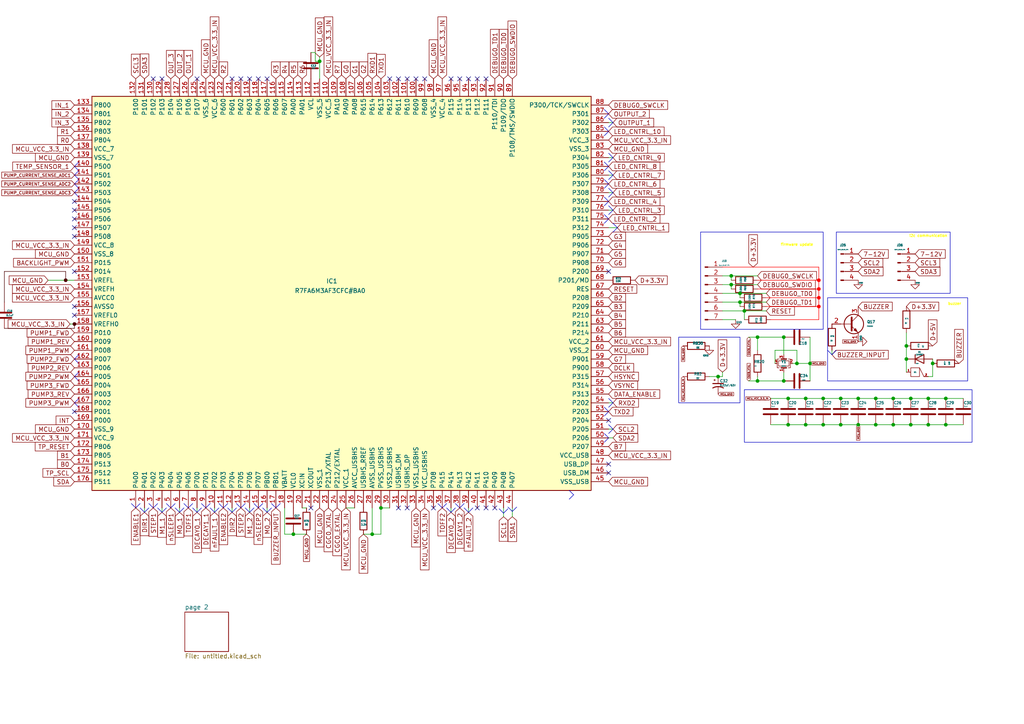
<source format=kicad_sch>
(kicad_sch (version 20250114) (generator "eeschema") (generator_version "9.0")
  (paper "A4")
  (lib_symbols
    (symbol "Connector:Conn_01x04_Pin" (pin_names (offset 1.016) (hide yes))
      (property "Reference" "J" (at 0 5.08 0))
      (property "Value" "Conn_01x04_Pin" (at 0 -7.62 0))
      (symbol "Conn_01x04_Pin_1_1"
        (pin passive line (at 5.08 2.54 180) (length 3.81) (name "Pin_1") (number "1"))
        (pin passive line (at 5.08 0 180) (length 3.81) (name "Pin_2") (number "2"))
        (pin passive line (at 5.08 -2.54 180) (length 3.81) (name "Pin_3") (number "3"))
        (pin passive line (at 5.08 -5.08 180) (length 3.81) (name "Pin_4") (number "4"))
      )
    )
    (symbol "Connector:Conn_01x07_Pin" (pin_names (offset 1.016) (hide yes))
      (property "Reference" "J" (at 0 10.16 0))
      (property "Value" "Conn_01x07_Pin" (at 0 -10.16 0))
      (symbol "Conn_01x07_Pin_1_1"
        (pin passive line (at 5.08 7.62 180) (length 3.81) (name "Pin_1") (number "1"))
        (pin passive line (at 5.08 5.08 180) (length 3.81) (name "Pin_2") (number "2"))
        (pin passive line (at 5.08 2.54 180) (length 3.81) (name "Pin_3") (number "3"))
        (pin passive line (at 5.08 0 180) (length 3.81) (name "Pin_4") (number "4"))
        (pin passive line (at 5.08 -2.54 180) (length 3.81) (name "Pin_5") (number "5"))
        (pin passive line (at 5.08 -5.08 180) (length 3.81) (name "Pin_6") (number "6"))
        (pin passive line (at 5.08 -7.62 180) (length 3.81) (name "Pin_7") (number "7"))
      )
    )
    (symbol "Device:C" (pin_numbers (hide yes)) (pin_names (offset 0.254))
      (property "Reference" "C" (at 0.635 2.54 0))
      (property "Value" "C" (at 0.635 -2.54 0))
      (symbol "C_1_1"
        (pin passive line (at 0 3.81 270) (length 2.794) (name "~") (number "1"))
        (pin passive line (at 0 -3.81 90) (length 2.794) (name "~") (number "2"))
      )
    )
    (symbol "Device:C_Polarized_Small_US" (pin_numbers (hide yes)) (pin_names (offset 0.254) (hide yes))
      (property "Reference" "C" (at 0.254 1.778 0))
      (property "Value" "C_Polarized_Small_US" (at 0.254 -2.032 0))
      (symbol "C_Polarized_Small_US_1_1"
        (pin passive line (at 0 2.54 270) (length 2.032) (name "~") (number "1"))
        (pin passive line (at 0 -2.54 90) (length 2.032) (name "~") (number "2"))
      )
    )
    (symbol "Device:Crystal_GND24_Small" (pin_names (offset 1.016) (hide yes))
      (property "Reference" "Y" (at 1.27 4.445 0))
      (property "Value" "Crystal_GND24_Small" (at 1.27 2.54 0))
      (symbol "Crystal_GND24_Small_1_1"
        (pin passive line (at -2.54 0 0) (length 1.27) (name "1") (number "1"))
        (pin passive line (at 0 2.54 270) (length 0.635) (name "4") (number "4"))
        (pin passive line (at 0 -2.54 90) (length 0.635) (name "2") (number "2"))
        (pin passive line (at 2.54 0 180) (length 1.27) (name "3") (number "3"))
      )
    )
    (symbol "Device:R" (pin_numbers (hide yes)) (pin_names (offset 0))
      (property "Reference" "R" (at 2.032 0 90))
      (property "Value" "R" (at 0 0 90))
      (symbol "R_1_1"
        (pin passive line (at 0 3.81 270) (length 1.27) (name "~") (number "1"))
        (pin passive line (at 0 -3.81 90) (length 1.27) (name "~") (number "2"))
      )
    )
    (symbol "Diode:1N4007" (pin_numbers (hide yes)) (pin_names (hide yes))
      (property "Reference" "D" (at 0 2.54 0))
      (property "Value" "1N4007" (at 0 -2.54 0))
      (symbol "1N4007_1_1"
        (pin passive line (at -3.81 0 0) (length 2.54) (name "K") (number "1"))
        (pin passive line (at 3.81 0 180) (length 2.54) (name "A") (number "2"))
      )
    )
    (symbol "New_Library:LS1"
      (property "Reference" "U" (at 0 0 0))
      (symbol "LS1_1_1"
        (pin passive line (at -2.54 0 0) (length 1.27) (name "") (number "1"))
        (pin passive line (at 3.81 -1.27 180) (length 1.27) (name "") (number "2"))
      )
    )
    (symbol "New_Library:R7FA6M3AF3CFC#BA0"
      (property "Reference" "IC" (at 60.452 -51.562 0))
      (property "Value" "R7FA6M3AF3CFC#BA0" (at 51.054 -55.626 0))
      (symbol "R7FA6M3AF3CFC#BA0_1_1"
        (pin passive line (at 0 0 0) (length 5.08) (name "P400") (number "1"))
        (pin passive line (at 0 -2.54 0) (length 5.08) (name "P401") (number "2"))
        (pin passive line (at 0 -5.08 0) (length 5.08) (name "P402") (number "3"))
        (pin passive line (at 0 -7.62 0) (length 5.08) (name "P403") (number "4"))
        (pin passive line (at 0 -10.16 0) (length 5.08) (name "P404") (number "5"))
        (pin passive line (at 0 -12.7 0) (length 5.08) (name "P405") (number "6"))
        (pin passive line (at 0 -15.24 0) (length 5.08) (name "P406") (number "7"))
        (pin passive line (at 0 -17.78 0) (length 5.08) (name "P700") (number "8"))
        (pin passive line (at 0 -20.32 0) (length 5.08) (name "P701") (number "9"))
        (pin passive line (at 0 -22.86 0) (length 5.08) (name "P702") (number "10"))
        (pin passive line (at 0 -25.4 0) (length 5.08) (name "P703") (number "11"))
        (pin passive line (at 0 -27.94 0) (length 5.08) (name "P704") (number "12"))
        (pin passive line (at 0 -30.48 0) (length 5.08) (name "P705") (number "13"))
        (pin passive line (at 0 -33.02 0) (length 5.08) (name "P706") (number "14"))
        (pin passive line (at 0 -35.56 0) (length 5.08) (name "P707") (number "15"))
        (pin passive line (at 0 -38.1 0) (length 5.08) (name "PB00") (number "16"))
        (pin passive line (at 0 -40.64 0) (length 5.08) (name "PB01") (number "17"))
        (pin passive line (at 0 -43.18 0) (length 5.08) (name "VBATT") (number "18"))
        (pin passive line (at 0 -45.72 0) (length 5.08) (name "VCL0") (number "19"))
        (pin passive line (at 0 -48.26 0) (length 5.08) (name "XCIN") (number "20"))
        (pin passive line (at 0 -50.8 0) (length 5.08) (name "XCOUT") (number "21"))
        (pin passive line (at 0 -53.34 0) (length 5.08) (name "VSS_1") (number "22"))
        (pin passive line (at 0 -55.88 0) (length 5.08) (name "P213/XTAL") (number "23"))
        (pin passive line (at 0 -58.42 0) (length 5.08) (name "P212/EXTAL") (number "24"))
        (pin passive line (at 0 -60.96 0) (length 5.08) (name "VCC_1") (number "25"))
        (pin passive line (at 0 -63.5 0) (length 5.08) (name "AVCC_USBHS") (number "26"))
        (pin passive line (at 0 -66.04 0) (length 5.08) (name "USBHS_RREF") (number "27"))
        (pin passive line (at 0 -68.58 0) (length 5.08) (name "AVSS_USBHS") (number "28"))
        (pin passive line (at 0 -71.12 0) (length 5.08) (name "PVSS_USBHS") (number "29"))
        (pin passive line (at 0 -73.66 0) (length 5.08) (name "VSS2_USBHS") (number "30"))
        (pin passive line (at 0 -76.2 0) (length 5.08) (name "USBHS_DM") (number "31"))
        (pin passive line (at 0 -78.74 0) (length 5.08) (name "USBHS_DP") (number "32"))
        (pin passive line (at 0 -81.28 0) (length 5.08) (name "VSS1_USBHS") (number "33"))
        (pin passive line (at 0 -83.82 0) (length 5.08) (name "VCC_USBHS") (number "34"))
        (pin passive line (at 0 -86.36 0) (length 5.08) (name "P708") (number "35"))
        (pin passive line (at 0 -88.9 0) (length 5.08) (name "P415") (number "36"))
        (pin passive line (at 0 -91.44 0) (length 5.08) (name "P414") (number "37"))
        (pin passive line (at 0 -93.98 0) (length 5.08) (name "P413") (number "38"))
        (pin passive line (at 0 -96.52 0) (length 5.08) (name "P412") (number "39"))
        (pin passive line (at 0 -99.06 0) (length 5.08) (name "P411") (number "40"))
        (pin passive line (at 0 -101.6 0) (length 5.08) (name "P410") (number "41"))
        (pin passive line (at 0 -104.14 0) (length 5.08) (name "P409") (number "42"))
        (pin passive line (at 0 -106.68 0) (length 5.08) (name "P408") (number "43"))
        (pin passive line (at 0 -109.22 0) (length 5.08) (name "P407") (number "44"))
        (pin passive line (at 7.62 17.78 270) (length 5.08) (name "P511") (number "176"))
        (pin passive line (at 7.62 -137.16 90) (length 5.08) (name "VSS_USB") (number "45"))
        (pin passive line (at 10.16 17.78 270) (length 5.08) (name "P512") (number "175"))
        (pin passive line (at 10.16 -137.16 90) (length 5.08) (name "USB_DM") (number "46"))
        (pin passive line (at 12.7 17.78 270) (length 5.08) (name "P513") (number "174"))
        (pin passive line (at 12.7 -137.16 90) (length 5.08) (name "USB_DP") (number "47"))
        (pin passive line (at 15.24 17.78 270) (length 5.08) (name "P805") (number "173"))
        (pin passive line (at 15.24 -137.16 90) (length 5.08) (name "VCC_USB") (number "48"))
        (pin passive line (at 17.78 17.78 270) (length 5.08) (name "P806") (number "172"))
        (pin passive line (at 17.78 -137.16 90) (length 5.08) (name "P207") (number "49"))
        (pin passive line (at 20.32 17.78 270) (length 5.08) (name "VCC_9") (number "171"))
        (pin passive line (at 20.32 -137.16 90) (length 5.08) (name "P206") (number "50"))
        (pin passive line (at 22.86 17.78 270) (length 5.08) (name "VSS_9") (number "170"))
        (pin passive line (at 22.86 -137.16 90) (length 5.08) (name "P205") (number "51"))
        (pin passive line (at 25.4 17.78 270) (length 5.08) (name "P000") (number "169"))
        (pin passive line (at 25.4 -137.16 90) (length 5.08) (name "P204") (number "52"))
        (pin passive line (at 27.94 17.78 270) (length 5.08) (name "P001") (number "168"))
        (pin passive line (at 27.94 -137.16 90) (length 5.08) (name "P203") (number "53"))
        (pin passive line (at 30.48 17.78 270) (length 5.08) (name "P002") (number "167"))
        (pin passive line (at 30.48 -137.16 90) (length 5.08) (name "P202") (number "54"))
        (pin passive line (at 33.02 17.78 270) (length 5.08) (name "P003") (number "166"))
        (pin passive line (at 33.02 -137.16 90) (length 5.08) (name "P313") (number "55"))
        (pin passive line (at 35.56 17.78 270) (length 5.08) (name "P004") (number "165"))
        (pin passive line (at 35.56 -137.16 90) (length 5.08) (name "P314") (number "56"))
        (pin passive line (at 38.1 17.78 270) (length 5.08) (name "P005") (number "164"))
        (pin passive line (at 38.1 -137.16 90) (length 5.08) (name "P315") (number "57"))
        (pin passive line (at 40.64 17.78 270) (length 5.08) (name "P006") (number "163"))
        (pin passive line (at 40.64 -137.16 90) (length 5.08) (name "P900") (number "58"))
        (pin passive line (at 43.18 17.78 270) (length 5.08) (name "P007") (number "162"))
        (pin passive line (at 43.18 -137.16 90) (length 5.08) (name "P901") (number "59"))
        (pin passive line (at 45.72 17.78 270) (length 5.08) (name "P008") (number "161"))
        (pin passive line (at 45.72 -137.16 90) (length 5.08) (name "VSS_2") (number "60"))
        (pin passive line (at 48.26 17.78 270) (length 5.08) (name "P009") (number "160"))
        (pin passive line (at 48.26 -137.16 90) (length 5.08) (name "VCC_2") (number "61"))
        (pin passive line (at 50.8 17.78 270) (length 5.08) (name "P010") (number "159"))
        (pin passive line (at 50.8 -137.16 90) (length 5.08) (name "P214") (number "62"))
        (pin passive line (at 53.34 17.78 270) (length 5.08) (name "VREFH0") (number "158"))
        (pin passive line (at 53.34 -137.16 90) (length 5.08) (name "P211") (number "63"))
        (pin passive line (at 55.88 17.78 270) (length 5.08) (name "VREFL0") (number "157"))
        (pin passive line (at 55.88 -137.16 90) (length 5.08) (name "P210") (number "64"))
        (pin passive line (at 58.42 17.78 270) (length 5.08) (name "AVSS0") (number "156"))
        (pin passive line (at 58.42 -137.16 90) (length 5.08) (name "P209") (number "65"))
        (pin passive line (at 60.96 17.78 270) (length 5.08) (name "AVCC0") (number "155"))
        (pin passive line (at 60.96 -137.16 90) (length 5.08) (name "P208") (number "66"))
        (pin passive line (at 63.5 17.78 270) (length 5.08) (name "VREFH") (number "154"))
        (pin passive line (at 63.5 -137.16 90) (length 5.08) (name "RES") (number "67"))
        (pin passive line (at 66.04 17.78 270) (length 5.08) (name "VREFL") (number "153"))
        (pin passive line (at 66.04 -137.16 90) (length 5.08) (name "P201/MD") (number "68"))
        (pin passive line (at 68.58 17.78 270) (length 5.08) (name "P014") (number "152"))
        (pin passive line (at 68.58 -137.16 90) (length 5.08) (name "P200") (number "69"))
        (pin passive line (at 71.12 17.78 270) (length 5.08) (name "P015") (number "151"))
        (pin passive line (at 71.12 -137.16 90) (length 5.08) (name "P908") (number "70"))
        (pin passive line (at 73.66 17.78 270) (length 5.08) (name "VSS_8") (number "150"))
        (pin passive line (at 73.66 -137.16 90) (length 5.08) (name "P907") (number "71"))
        (pin passive line (at 76.2 17.78 270) (length 5.08) (name "VCC_8") (number "149"))
        (pin passive line (at 76.2 -137.16 90) (length 5.08) (name "P906") (number "72"))
        (pin passive line (at 78.74 17.78 270) (length 5.08) (name "P508") (number "148"))
        (pin passive line (at 78.74 -137.16 90) (length 5.08) (name "P905") (number "73"))
        (pin passive line (at 81.28 17.78 270) (length 5.08) (name "P507") (number "147"))
        (pin passive line (at 81.28 -137.16 90) (length 5.08) (name "P312") (number "74"))
        (pin passive line (at 83.82 17.78 270) (length 5.08) (name "P506") (number "146"))
        (pin passive line (at 83.82 -137.16 90) (length 5.08) (name "P311") (number "75"))
        (pin passive line (at 86.36 17.78 270) (length 5.08) (name "P505") (number "145"))
        (pin passive line (at 86.36 -137.16 90) (length 5.08) (name "P310") (number "76"))
        (pin passive line (at 88.9 17.78 270) (length 5.08) (name "P504") (number "144"))
        (pin passive line (at 88.9 -137.16 90) (length 5.08) (name "P309") (number "77"))
        (pin passive line (at 91.44 17.78 270) (length 5.08) (name "P503") (number "143"))
        (pin passive line (at 91.44 -137.16 90) (length 5.08) (name "P308") (number "78"))
        (pin passive line (at 93.98 17.78 270) (length 5.08) (name "P502") (number "142"))
        (pin passive line (at 93.98 -137.16 90) (length 5.08) (name "P307") (number "79"))
        (pin passive line (at 96.52 17.78 270) (length 5.08) (name "P501") (number "141"))
        (pin passive line (at 96.52 -137.16 90) (length 5.08) (name "P306") (number "80"))
        (pin passive line (at 99.06 17.78 270) (length 5.08) (name "P500") (number "140"))
        (pin passive line (at 99.06 -137.16 90) (length 5.08) (name "P305") (number "81"))
        (pin passive line (at 101.6 17.78 270) (length 5.08) (name "VSS_7") (number "139"))
        (pin passive line (at 101.6 -137.16 90) (length 5.08) (name "P304") (number "82"))
        (pin passive line (at 104.14 17.78 270) (length 5.08) (name "VCC_7") (number "138"))
        (pin passive line (at 104.14 -137.16 90) (length 5.08) (name "VSS_3") (number "83"))
        (pin passive line (at 106.68 17.78 270) (length 5.08) (name "P804") (number "137"))
        (pin passive line (at 106.68 -137.16 90) (length 5.08) (name "VCC_3") (number "84"))
        (pin passive line (at 109.22 17.78 270) (length 5.08) (name "P803") (number "136"))
        (pin passive line (at 109.22 -137.16 90) (length 5.08) (name "P303") (number "85"))
        (pin passive line (at 111.76 17.78 270) (length 5.08) (name "P802") (number "135"))
        (pin passive line (at 111.76 -137.16 90) (length 5.08) (name "P302") (number "86"))
        (pin passive line (at 114.3 17.78 270) (length 5.08) (name "P801") (number "134"))
        (pin passive line (at 114.3 -137.16 90) (length 5.08) (name "P301") (number "87"))
        (pin passive line (at 116.84 17.78 270) (length 5.08) (name "P800") (number "133"))
        (pin passive line (at 116.84 -137.16 90) (length 5.08) (name "P300/TCK/SWCLK") (number "88"))
        (pin passive line (at 124.46 0 180) (length 5.08) (name "P100") (number "132"))
        (pin passive line (at 124.46 -2.54 180) (length 5.08) (name "P101") (number "131"))
        (pin passive line (at 124.46 -5.08 180) (length 5.08) (name "P102") (number "130"))
        (pin passive line (at 124.46 -7.62 180) (length 5.08) (name "P103") (number "129"))
        (pin passive line (at 124.46 -10.16 180) (length 5.08) (name "P104") (number "128"))
        (pin passive line (at 124.46 -12.7 180) (length 5.08) (name "P105") (number "127"))
        (pin passive line (at 124.46 -15.24 180) (length 5.08) (name "P106") (number "126"))
        (pin passive line (at 124.46 -17.78 180) (length 5.08) (name "P107") (number "125"))
        (pin passive line (at 124.46 -20.32 180) (length 5.08) (name "VSS_6") (number "124"))
        (pin passive line (at 124.46 -22.86 180) (length 5.08) (name "VCC_6") (number "123"))
        (pin passive line (at 124.46 -25.4 180) (length 5.08) (name "P600") (number "122"))
        (pin passive line (at 124.46 -27.94 180) (length 5.08) (name "P601") (number "121"))
        (pin passive line (at 124.46 -30.48 180) (length 5.08) (name "P602") (number "120"))
        (pin passive line (at 124.46 -33.02 180) (length 5.08) (name "P603") (number "119"))
        (pin passive line (at 124.46 -35.56 180) (length 5.08) (name "P604") (number "118"))
        (pin passive line (at 124.46 -38.1 180) (length 5.08) (name "P605") (number "117"))
        (pin passive line (at 124.46 -40.64 180) (length 5.08) (name "P606") (number "116"))
        (pin passive line (at 124.46 -43.18 180) (length 5.08) (name "P607") (number "115"))
        (pin passive line (at 124.46 -45.72 180) (length 5.08) (name "PA00") (number "114"))
        (pin passive line (at 124.46 -48.26 180) (length 5.08) (name "PA01") (number "113"))
        (pin passive line (at 124.46 -50.8 180) (length 5.08) (name "VCL") (number "112"))
        (pin passive line (at 124.46 -53.34 180) (length 5.08) (name "VSS_5") (number "111"))
        (pin passive line (at 124.46 -55.88 180) (length 5.08) (name "VCC_5") (number "110"))
        (pin passive line (at 124.46 -58.42 180) (length 5.08) (name "PA10") (number "109"))
        (pin passive line (at 124.46 -60.96 180) (length 5.08) (name "PA09") (number "108"))
        (pin passive line (at 124.46 -63.5 180) (length 5.08) (name "PA08") (number "107"))
        (pin passive line (at 124.46 -66.04 180) (length 5.08) (name "P615") (number "106"))
        (pin passive line (at 124.46 -68.58 180) (length 5.08) (name "P614") (number "105"))
        (pin passive line (at 124.46 -71.12 180) (length 5.08) (name "P613") (number "104"))
        (pin passive line (at 124.46 -73.66 180) (length 5.08) (name "P612") (number "103"))
        (pin passive line (at 124.46 -76.2 180) (length 5.08) (name "P611") (number "102"))
        (pin passive line (at 124.46 -78.74 180) (length 5.08) (name "P610") (number "101"))
        (pin passive line (at 124.46 -81.28 180) (length 5.08) (name "P609") (number "100"))
        (pin passive line (at 124.46 -83.82 180) (length 5.08) (name "P608") (number "99"))
        (pin passive line (at 124.46 -86.36 180) (length 5.08) (name "VSS_4") (number "98"))
        (pin passive line (at 124.46 -88.9 180) (length 5.08) (name "VCC_4") (number "97"))
        (pin passive line (at 124.46 -91.44 180) (length 5.08) (name "P115") (number "96"))
        (pin passive line (at 124.46 -93.98 180) (length 5.08) (name "P114") (number "95"))
        (pin passive line (at 124.46 -96.52 180) (length 5.08) (name "P113") (number "94"))
        (pin passive line (at 124.46 -99.06 180) (length 5.08) (name "P112") (number "93"))
        (pin passive line (at 124.46 -101.6 180) (length 5.08) (name "P111") (number "92"))
        (pin passive line (at 124.46 -104.14 180) (length 5.08) (name "P110/TDI") (number "91"))
        (pin passive line (at 124.46 -106.68 180) (length 5.08) (name "P109/TDO") (number "90"))
        (pin passive line (at 124.46 -109.22 180) (length 5.08) (name "P108/TMS/SWDIO") (number "89"))
      )
    )
    (symbol "Transistor_BJT:PN2222A" (pin_names (offset 0) (hide yes))
      (property "Reference" "Q" (at 5.08 1.905 0))
      (property "Value" "PN2222A" (at 5.08 0 0))
      (symbol "PN2222A_1_1"
        (pin input line (at -5.08 0 0) (length 2.54) (name "B") (number "2"))
        (pin passive line (at 2.54 5.08 270) (length 2.54) (name "C") (number "3"))
        (pin passive line (at 2.54 -5.08 90) (length 2.54) (name "E") (number "1"))
      )
    )
    (symbol "power:GND" (power) (pin_numbers (hide yes)) (pin_names (offset 0) (hide yes))
      (property "Value" "GND" (at 0 -3.81 0))
      (symbol "GND_1_1"
        (pin power_in line (at 0 0 270) (length 0) (name "~") (number "1"))
      )
    )
  )
  (bezier (pts (xy 44.45 147.32) (xy 44.45 147.32) (xy 43.18 146.05) (xy 43.18 146.05)))
  (rectangle (start 196.85 97.79) (end 214.63 116.84))
  (bezier (pts (xy 179.07 66.04) (xy 179.07 66.04) (xy 177.8 67.31) (xy 177.8 67.31)))
  (bezier (pts (xy 176.53 58.42) (xy 176.53 58.42) (xy 175.26 59.69) (xy 175.26 59.69)))
  (bezier (pts (xy 177.8 45.72) (xy 177.8 45.72) (xy 176.53 46.99) (xy 176.53 46.99)))
  (bezier (pts (xy 67.31 148.59) (xy 67.31 148.59) (xy 66.04 147.32) (xy 66.04 147.32)))
  (bezier (pts (xy 81.28 146.05) (xy 81.28 146.05) (xy 80.01 147.32) (xy 80.01 147.32)))
  (bezier (pts (xy 147.32 147.574) (xy 147.32 147.574) (xy 146.05 148.844) (xy 146.05 148.844)))
  (bezier (pts (xy 176.53 59.69) (xy 176.53 59.69) (xy 177.8 60.96) (xy 177.8 60.96)))
  (rectangle (start 242.57 67.31) (end 275.59 85.09))
  (bezier (pts (xy 22.86 57.15) (xy 22.86 57.15) (xy 21.59 55.88) (xy 21.59 55.88)))
  (bezier (pts (xy 45.72 146.05) (xy 45.72 146.05) (xy 44.45 147.32) (xy 44.45 147.32)))
  (bezier (pts (xy 130.81 148.59) (xy 130.81 148.59) (xy 129.54 147.32) (xy 129.54 147.32)))
  (bezier (pts (xy 53.34 147.32) (xy 53.34 147.32) (xy 52.07 148.59) (xy 52.07 148.59)))
  (bezier (pts (xy 76.2 146.05) (xy 76.2 146.05) (xy 74.93 147.32) (xy 74.93 147.32)))
  (bezier (pts (xy 132.08 147.32) (xy 132.08 147.32) (xy 130.81 148.59) (xy 130.81 148.59)))
  (bezier (pts (xy 175.26 57.15) (xy 175.26 57.15) (xy 176.53 58.42) (xy 176.53 58.42)))
  (bezier (pts (xy 177.8 124.46) (xy 177.8 124.46) (xy 176.53 125.73) (xy 176.53 125.73)))
  (bezier (pts (xy 48.26 147.32) (xy 48.26 147.32) (xy 46.99 148.59) (xy 46.99 148.59)))
  (bezier (pts (xy 46.99 148.59) (xy 46.99 148.59) (xy 45.72 147.32) (xy 45.72 147.32)))
  (bezier (pts (xy 176.53 44.45) (xy 176.53 44.45) (xy 177.8 45.72) (xy 177.8 45.72)))
  (bezier (pts (xy 21.59 55.88) (xy 21.59 55.88) (xy 22.86 54.61) (xy 22.86 54.61)))
  (bezier (pts (xy 21.59 116.84) (xy 21.59 116.84) (xy 22.86 115.57) (xy 22.86 115.57)))
  (bezier (pts (xy 176.53 53.34) (xy 176.53 53.34) (xy 175.26 54.61) (xy 175.26 54.61)))
  (bezier (pts (xy 241.3 102.87) (xy 241.3 102.87) (xy 240.03 101.6) (xy 240.03 101.6)))
  (bezier (pts (xy 134.62 146.05) (xy 134.62 146.05) (xy 133.35 147.32) (xy 133.35 147.32)))
  (bezier (pts (xy 146.05 148.844) (xy 146.05 148.844) (xy 144.78 147.574) (xy 144.78 147.574)))
  (bezier (pts (xy 21.59 53.34) (xy 21.59 53.34) (xy 22.86 52.07) (xy 22.86 52.07)))
  (bezier (pts (xy 176.53 38.1) (xy 176.53 38.1) (xy 175.26 39.37) (xy 175.26 39.37)))
  (rectangle (start 215.9 113.03) (end 281.94 128.27))
  (bezier (pts (xy 177.8 55.88) (xy 177.8 55.88) (xy 176.53 57.15) (xy 176.53 57.15)))
  (bezier (pts (xy 74.93 147.32) (xy 74.93 147.32) (xy 73.66 146.05) (xy 73.66 146.05)))
  (bezier (pts (xy 40.64 146.05) (xy 40.64 146.05) (xy 39.37 147.32) (xy 39.37 147.32)))
  (bezier (pts (xy 22.86 110.49) (xy 22.86 110.49) (xy 21.59 109.22) (xy 21.59 109.22)))
  (bezier (pts (xy 63.5 147.32) (xy 63.5 147.32) (xy 62.23 148.59) (xy 62.23 148.59)))
  (bezier (pts (xy 21.59 109.22) (xy 21.59 109.22) (xy 22.86 107.95) (xy 22.86 107.95)))
  (bezier (pts (xy 177.8 35.56) (xy 177.8 35.56) (xy 176.53 36.83) (xy 176.53 36.83)))
  (bezier (pts (xy 129.54 146.05) (xy 129.54 146.05) (xy 128.27 147.32) (xy 128.27 147.32)))
  (bezier (pts (xy 175.26 46.99) (xy 175.26 46.99) (xy 176.53 48.26) (xy 176.53 48.26)))
  (bezier (pts (xy 128.27 147.32) (xy 128.27 147.32) (xy 127 146.05) (xy 127 146.05)))
  (bezier (pts (xy 21.59 104.14) (xy 21.59 104.14) (xy 22.86 102.87) (xy 22.86 102.87)))
  (bezier (pts (xy 176.53 33.02) (xy 176.53 33.02) (xy 175.26 34.29) (xy 175.26 34.29)))
  (bezier (pts (xy 242.57 101.6) (xy 242.57 101.6) (xy 241.3 102.87) (xy 241.3 102.87)))
  (rectangle (start 203.2 67.31) (end 238.76 95.504))
  (bezier (pts (xy 22.86 118.11) (xy 22.86 118.11) (xy 21.59 116.84) (xy 21.59 116.84)))
  (bezier (pts (xy 149.86 147.066) (xy 149.86 147.066) (xy 148.59 148.336) (xy 148.59 148.336)))
  (bezier (pts (xy 80.01 147.32) (xy 80.01 147.32) (xy 78.74 146.05) (xy 78.74 146.05)))
  (bezier (pts (xy 135.89 148.59) (xy 135.89 148.59) (xy 134.62 147.32) (xy 134.62 147.32)))
  (bezier (pts (xy 52.07 148.59) (xy 52.07 148.59) (xy 50.8 147.32) (xy 50.8 147.32)))
  (bezier (pts (xy 49.53 147.32) (xy 49.53 147.32) (xy 48.26 146.05) (xy 48.26 146.05)))
  (bezier (pts (xy 21.59 48.26) (xy 21.59 48.26) (xy 22.86 46.99) (xy 22.86 46.99)))
  (bezier (pts (xy 22.86 105.41) (xy 22.86 105.41) (xy 21.59 104.14) (xy 21.59 104.14)))
  (bezier (pts (xy 71.12 146.05) (xy 71.12 146.05) (xy 69.85 147.32) (xy 69.85 147.32)))
  (bezier (pts (xy 177.8 60.96) (xy 177.8 60.96) (xy 176.53 62.23) (xy 176.53 62.23)))
  (bezier (pts (xy 175.26 62.23) (xy 175.26 62.23) (xy 176.53 63.5) (xy 176.53 63.5)))
  (bezier (pts (xy 176.53 127) (xy 176.53 127) (xy 175.26 128.27) (xy 175.26 128.27)))
  (bezier (pts (xy 165.1 142.24) (xy 165.1 142.24) (xy 166.37 143.51) (xy 166.37 143.51)))
  (bezier (pts (xy 78.74 147.32) (xy 78.74 147.32) (xy 77.47 148.59) (xy 77.47 148.59)))
  (bezier (pts (xy 62.23 148.59) (xy 62.23 148.59) (xy 60.96 147.32) (xy 60.96 147.32)))
  (bezier (pts (xy 137.16 147.32) (xy 137.16 147.32) (xy 135.89 148.59) (xy 135.89 148.59)))
  (bezier (pts (xy 176.53 49.53) (xy 176.53 49.53) (xy 177.8 50.8) (xy 177.8 50.8)))
  (bezier (pts (xy 73.66 147.32) (xy 73.66 147.32) (xy 72.39 148.59) (xy 72.39 148.59)))
  (bezier (pts (xy 175.26 125.73) (xy 175.26 125.73) (xy 176.53 127) (xy 176.53 127)))
  (bezier (pts (xy 57.15 148.59) (xy 57.15 148.59) (xy 55.88 147.32) (xy 55.88 147.32)))
  (bezier (pts (xy 22.86 49.53) (xy 22.86 49.53) (xy 21.59 48.26) (xy 21.59 48.26)))
  (bezier (pts (xy 133.35 147.32) (xy 133.35 147.32) (xy 132.08 146.05) (xy 132.08 146.05)))
  (bezier (pts (xy 177.8 116.84) (xy 177.8 116.84) (xy 176.53 118.11) (xy 176.53 118.11)))
  (bezier (pts (xy 69.85 147.32) (xy 69.85 147.32) (xy 68.58 146.05) (xy 68.58 146.05)))
  (bezier (pts (xy 176.53 34.29) (xy 176.53 34.29) (xy 177.8 35.56) (xy 177.8 35.56)))
  (bezier (pts (xy 39.37 147.32) (xy 39.37 147.32) (xy 38.1 146.05) (xy 38.1 146.05)))
  (bezier (pts (xy 177.8 50.8) (xy 177.8 50.8) (xy 176.53 52.07) (xy 176.53 52.07)))
  (rectangle (start 240.03 86.36) (end 280.67 110.49))
  (bezier (pts (xy 175.26 52.07) (xy 175.26 52.07) (xy 176.53 53.34) (xy 176.53 53.34)))
  (bezier (pts (xy 72.39 148.59) (xy 72.39 148.59) (xy 71.12 147.32) (xy 71.12 147.32)))
  (bezier (pts (xy 166.37 143.51) (xy 166.37 143.51) (xy 165.1 144.78) (xy 165.1 144.78)))
  (bezier (pts (xy 176.53 123.19) (xy 176.53 123.19) (xy 177.8 124.46) (xy 177.8 124.46)))
  (bezier (pts (xy 77.47 148.59) (xy 77.47 148.59) (xy 76.2 147.32) (xy 76.2 147.32)))
  (bezier (pts (xy 66.04 146.05) (xy 66.04 146.05) (xy 64.77 147.32) (xy 64.77 147.32)))
  (bezier (pts (xy 55.88 146.05) (xy 55.88 146.05) (xy 54.61 147.32) (xy 54.61 147.32)))
  (bezier (pts (xy 22.86 54.61) (xy 22.86 54.61) (xy 21.59 53.34) (xy 21.59 53.34)))
  (bezier (pts (xy 175.26 31.75) (xy 175.26 31.75) (xy 176.53 33.02) (xy 176.53 33.02)))
  (bezier (pts (xy 176.53 54.61) (xy 176.53 54.61) (xy 177.8 55.88) (xy 177.8 55.88)))
  (bezier (pts (xy 148.59 148.336) (xy 148.59 148.336) (xy 147.32 147.066) (xy 147.32 147.066)))
  (bezier (pts (xy 41.91 148.59) (xy 41.91 148.59) (xy 40.64 147.32) (xy 40.64 147.32)))
  (bezier (pts (xy 176.53 119.38) (xy 176.53 119.38) (xy 175.26 120.65) (xy 175.26 120.65)))
  (bezier (pts (xy 176.53 63.5) (xy 176.53 63.5) (xy 175.26 64.77) (xy 175.26 64.77)))
  (bezier (pts (xy 21.5882 50.7806) (xy 21.5882 50.7806) (xy 22.8582 49.5106) (xy 22.8582 49.5106)))
  (bezier (pts (xy 176.53 48.26) (xy 176.53 48.26) (xy 175.26 49.53) (xy 175.26 49.53)))
  (bezier (pts (xy 64.77 147.32) (xy 64.77 147.32) (xy 63.5 146.05) (xy 63.5 146.05)))
  (bezier (pts (xy 50.8 146.05) (xy 50.8 146.05) (xy 49.53 147.32) (xy 49.53 147.32)))
  (bezier (pts (xy 175.26 36.83) (xy 175.26 36.83) (xy 176.53 38.1) (xy 176.53 38.1)))
  (bezier (pts (xy 60.96 146.05) (xy 60.96 146.05) (xy 59.69 147.32) (xy 59.69 147.32)))
  (bezier (pts (xy 59.69 147.32) (xy 59.69 147.32) (xy 58.42 146.05) (xy 58.42 146.05)))
  (bezier (pts (xy 176.53 115.57) (xy 176.53 115.57) (xy 177.8 116.84) (xy 177.8 116.84)))
  (bezier (pts (xy 68.58 147.32) (xy 68.58 147.32) (xy 67.31 148.59) (xy 67.31 148.59)))
  (bezier (pts (xy 175.26 118.11) (xy 175.26 118.11) (xy 176.53 119.38) (xy 176.53 119.38)))
  (bezier (pts (xy 43.18 147.32) (xy 43.18 147.32) (xy 41.91 148.59) (xy 41.91 148.59)))
  (bezier (pts (xy 58.42 147.32) (xy 58.42 147.32) (xy 57.15 148.59) (xy 57.15 148.59)))
  (bezier (pts (xy 22.8582 52.0506) (xy 22.8582 52.0506) (xy 21.5882 50.7806) (xy 21.5882 50.7806)))
  (bezier (pts (xy 177.8 64.77) (xy 177.8 64.77) (xy 179.07 66.04) (xy 179.07 66.04)))
  (bezier (pts (xy 54.61 147.32) (xy 54.61 147.32) (xy 53.34 146.05) (xy 53.34 146.05)))
  (text "buzzer\n\n" (at 276.86 88.9 0) (effects (font (size 0.762 0.762) (thickness 0.1524) (bold yes))))
  (text "firmware update" (at 231.14 71.12 0) (effects (font (size 0.762 0.762) (thickness 0.1524) (bold yes))))
  (text "i2c communication\n" (at 269.24 68.58 0) (effects (font (size 0.762 0.762) (thickness 0.1524) (bold yes))))
  (junction (at 219.71 110.49))
  (junction (at 227.33 97.79))
  (junction (at 21.59 93.98) (color 72 0 0 1))
  (junction (at 19.05 81.28) (color 72 0 0 1))
  (junction (at 85.09 154.94))
  (junction (at 237.49 81.28) (color 255 0 0 1))
  (junction (at 264.16 123.19))
  (junction (at 269.24 123.19))
  (junction (at 231.14 105.41))
  (junction (at 228.6 115.57))
  (junction (at 264.16 115.57))
  (junction (at 269.24 115.57))
  (junction (at 238.76 115.57))
  (junction (at 259.08 115.57))
  (junction (at 228.6 123.19))
  (junction (at 274.32 123.19))
  (junction (at 259.08 123.19))
  (junction (at 237.49 88.9) (color 255 0 0 1))
  (junction (at 215.9 90.17))
  (junction (at 219.71 97.79))
  (junction (at 262.89 100.33))
  (junction (at 92.71 17.78))
  (junction (at 233.68 115.57))
  (junction (at 262.89 104.14))
  (junction (at 248.92 123.19))
  (junction (at 214.63 87.63))
  (junction (at 110.49 147.32))
  (junction (at 212.09 82.55))
  (junction (at 212.09 80.01))
  (junction (at 234.95 105.41))
  (junction (at 243.84 115.57))
  (junction (at 233.68 123.19))
  (junction (at 238.76 123.19))
  (junction (at 270.51 105.41))
  (junction (at 248.92 115.57))
  (junction (at 214.63 85.09))
  (junction (at 274.32 115.57))
  (junction (at 107.95 154.94))
  (junction (at 208.28 109.22))
  (junction (at 254 115.57))
  (junction (at 243.84 123.19))
  (junction (at 227.33 110.49))
  (junction (at 237.49 83.82) (color 255 0 0 1))
  (junction (at 237.49 86.36) (color 255 0 0 1))
  (junction (at 254 123.19))
  (no_connect (at 21.59 63.5))
  (no_connect (at 135.89 22.86))
  (no_connect (at 69.85 22.86))
  (no_connect (at 21.59 91.44))
  (no_connect (at 140.97 147.32))
  (no_connect (at 21.59 60.96))
  (no_connect (at 21.59 119.38))
  (no_connect (at 57.15 22.86))
  (no_connect (at 176.53 137.16))
  (no_connect (at 143.51 147.32))
  (no_connect (at 72.39 22.86))
  (no_connect (at 74.93 22.86))
  (no_connect (at 140.97 22.86))
  (no_connect (at 125.73 147.32))
  (no_connect (at 120.65 22.86))
  (no_connect (at 176.53 134.62))
  (no_connect (at 90.17 147.32))
  (no_connect (at 115.57 22.86))
  (no_connect (at 77.47 22.86))
  (no_connect (at 176.53 78.74))
  (no_connect (at 123.19 22.86))
  (no_connect (at 67.31 22.86))
  (no_connect (at 21.59 78.74))
  (no_connect (at 21.59 88.9))
  (no_connect (at 21.59 68.58))
  (no_connect (at 176.53 121.92))
  (no_connect (at 118.11 22.86))
  (no_connect (at 46.99 22.86))
  (no_connect (at 133.35 22.86))
  (no_connect (at 115.57 147.32))
  (no_connect (at 130.81 22.86))
  (no_connect (at 138.43 147.32))
  (no_connect (at 21.59 66.04))
  (no_connect (at 118.11 147.32))
  (no_connect (at 21.59 58.42))
  (no_connect (at 113.03 22.86))
  (no_connect (at 138.43 22.86))
  (no_connect (at 44.45 22.86))
  (wire (pts (xy 135.89 148.59) (xy 135.89 147.32)))
  (wire (pts (xy 13.97 81.28) (xy 19.05 81.28)))
  (wire (pts (xy 248.92 123.19) (xy 254 123.19)))
  (wire (pts (xy 177.8 60.96) (xy 176.53 60.96)))
  (wire (pts (xy 238.76 123.19) (xy 243.84 123.19)))
  (wire (pts (xy 1.27 95.25) (xy 21.59 95.25)) (stroke (width 0) (color 72 0 0 1)))
  (wire (pts (xy 92.71 16.51) (xy 92.71 17.78)))
  (wire (pts (xy 214.63 85.09) (xy 209.55 85.09)))
  (wire (pts (xy 234.95 97.79) (xy 234.95 105.41)))
  (wire (pts (xy 209.55 87.63) (xy 214.63 87.63)))
  (wire (pts (xy 254 115.57) (xy 259.08 115.57)))
  (wire (pts (xy 215.9 90.17) (xy 215.9 92.71)))
  (wire (pts (xy 217.17 97.79) (xy 219.71 97.79)))
  (wire (pts (xy 274.32 115.57) (xy 279.4 115.57)))
  (wire (pts (xy 238.76 115.57) (xy 243.84 115.57)))
  (wire (pts (xy 62.23 148.59) (xy 62.23 147.32)))
  (wire (pts (xy 209.55 77.47) (xy 237.49 77.47)) (stroke (width 0) (color 255 0 0 1)))
  (wire (pts (xy 219.71 110.49) (xy 227.33 110.49)))
  (wire (pts (xy 91.44 15.24) (xy 91.44 17.78)))
  (wire (pts (xy 269.24 123.19) (xy 274.32 123.19)))
  (wire (pts (xy 177.8 45.72) (xy 176.53 45.72)))
  (wire (pts (xy 259.08 115.57) (xy 264.16 115.57)))
  (wire (pts (xy 214.63 85.09) (xy 214.63 86.36)))
  (wire (pts (xy 237.49 81.28) (xy 237.49 77.47)) (stroke (width 0) (color 255 0 0 1)))
  (wire (pts (xy 82.55 147.32) (xy 82.55 154.94)))
  (wire (pts (xy 90.17 15.24) (xy 91.44 15.24)))
  (wire (pts (xy 237.49 86.36) (xy 237.49 83.82)) (stroke (width 0) (color 255 0 0 1)))
  (wire (pts (xy 227.33 107.95) (xy 227.33 110.49)))
  (wire (pts (xy 262.89 104.14) (xy 262.89 107.95)))
  (wire (pts (xy 222.25 90.17) (xy 215.9 90.17)))
  (wire (pts (xy 46.99 148.59) (xy 46.99 147.32)))
  (wire (pts (xy 214.63 85.09) (xy 222.25 85.09)))
  (wire (pts (xy 1.27 78.74) (xy 19.05 78.74)) (stroke (width 0) (color 72 0 0 1)))
  (wire (pts (xy 110.49 154.94) (xy 107.95 154.94)))
  (wire (pts (xy 224.79 101.6) (xy 231.14 101.6)))
  (wire (pts (xy 148.59 149.86) (xy 148.59 147.32)))
  (wire (pts (xy 110.49 147.32) (xy 113.03 147.32)))
  (wire (pts (xy 57.15 148.59) (xy 57.15 147.32)))
  (wire (pts (xy 52.07 148.59) (xy 52.07 147.32)))
  (wire (pts (xy 217.17 110.49) (xy 219.71 110.49)))
  (wire (pts (xy 177.8 116.84) (xy 176.53 116.84)))
  (wire (pts (xy 177.8 50.8) (xy 176.53 50.8)))
  (wire (pts (xy 214.63 87.63) (xy 214.63 88.9)))
  (wire (pts (xy 248.92 115.57) (xy 254 115.57)))
  (wire (pts (xy 214.63 87.63) (xy 222.25 87.63)))
  (wire (pts (xy 233.68 115.57) (xy 238.76 115.57)))
  (wire (pts (xy 274.32 123.19) (xy 279.4 123.19)))
  (wire (pts (xy 212.09 80.01) (xy 209.55 80.01)))
  (wire (pts (xy 228.6 123.19) (xy 233.68 123.19)))
  (wire (pts (xy 21.59 95.25) (xy 21.59 93.98)) (stroke (width 0) (color 72 0 0 1)))
  (wire (pts (xy 259.08 123.19) (xy 264.16 123.19)))
  (wire (pts (xy 212.09 82.55) (xy 219.71 82.55)))
  (wire (pts (xy 19.05 78.74) (xy 19.05 81.28)) (stroke (width 0) (color 72 0 0 1)))
  (wire (pts (xy 219.71 97.79) (xy 219.71 101.6)))
  (wire (pts (xy 231.14 101.6) (xy 231.14 105.41)))
  (wire (pts (xy 177.8 127) (xy 176.53 127)))
  (wire (pts (xy 254 123.19) (xy 259.08 123.19)))
  (wire (pts (xy 91.44 17.78) (xy 92.71 17.78)))
  (wire (pts (xy 224.79 105.41) (xy 224.79 101.6)))
  (wire (pts (xy 241.3 102.87) (xy 241.3 101.6)))
  (wire (pts (xy 107.95 147.32) (xy 107.95 154.94)))
  (wire (pts (xy 234.95 105.41) (xy 234.95 110.49)))
  (wire (pts (xy 20.32 93.98) (xy 21.59 93.98)))
  (wire (pts (xy 219.71 97.79) (xy 227.33 97.79)))
  (wire (pts (xy 223.52 123.19) (xy 228.6 123.19)))
  (wire (pts (xy 212.09 82.55) (xy 212.09 83.82)))
  (wire (pts (xy 262.89 104.14) (xy 262.89 100.33)))
  (wire (pts (xy 219.71 80.01) (xy 212.09 80.01)))
  (wire (pts (xy 205.74 109.22) (xy 208.28 109.22)))
  (wire (pts (xy 209.55 92.71) (xy 213.36 92.71)))
  (wire (pts (xy 77.47 148.59) (xy 77.47 147.32)))
  (wire (pts (xy 243.84 115.57) (xy 248.92 115.57)))
  (wire (pts (xy 229.87 105.41) (xy 231.14 105.41)))
  (wire (pts (xy 270.51 109.22) (xy 269.24 109.22)))
  (wire (pts (xy 222.25 86.36) (xy 237.49 86.36)) (stroke (width 0) (color 255 0 0 1)))
  (wire (pts (xy 177.8 55.88) (xy 176.53 55.88)))
  (wire (pts (xy 243.84 123.19) (xy 248.92 123.19)))
  (wire (pts (xy 176.53 35.56) (xy 177.8 35.56)))
  (wire (pts (xy 41.91 148.59) (xy 41.91 147.32)))
  (wire (pts (xy 107.95 154.94) (xy 105.41 154.94)))
  (wire (pts (xy 179.07 66.04) (xy 176.53 66.04)))
  (wire (pts (xy 219.71 81.28) (xy 237.49 81.28)) (stroke (width 0) (color 255 0 0 1)))
  (wire (pts (xy 100.33 147.32) (xy 102.87 147.32)))
  (wire (pts (xy 269.24 115.57) (xy 274.32 115.57)))
  (wire (pts (xy 231.14 105.41) (xy 234.95 105.41)))
  (wire (pts (xy 88.9 147.32) (xy 87.63 147.32)))
  (wire (pts (xy 82.55 154.94) (xy 85.09 154.94)))
  (wire (pts (xy 110.49 147.32) (xy 110.49 154.94)))
  (wire (pts (xy 223.52 115.57) (xy 228.6 115.57)))
  (wire (pts (xy 228.6 115.57) (xy 233.68 115.57)))
  (wire (pts (xy 1.27 78.74) (xy 1.27 87.63)) (stroke (width 0) (color 72 0 0 1)))
  (wire (pts (xy 209.55 82.55) (xy 212.09 82.55)))
  (wire (pts (xy 237.49 88.9) (xy 237.49 86.36)) (stroke (width 0) (color 255 0 0 1)))
  (wire (pts (xy 264.16 115.57) (xy 269.24 115.57)))
  (wire (pts (xy 19.05 81.28) (xy 21.59 81.28)))
  (wire (pts (xy 270.51 104.14) (xy 270.51 105.41)))
  (wire (pts (xy 237.49 92.71) (xy 237.49 88.9)) (stroke (width 0) (color 255 0 0 1)))
  (wire (pts (xy 212.09 80.01) (xy 212.09 81.28)))
  (wire (pts (xy 237.49 83.82) (xy 237.49 81.28)) (stroke (width 0) (color 255 0 0 1)))
  (wire (pts (xy 92.71 17.78) (xy 92.71 22.86)))
  (wire (pts (xy 177.8 124.46) (xy 176.53 124.46)))
  (wire (pts (xy 227.33 97.79) (xy 227.33 102.87)))
  (wire (pts (xy 72.39 148.59) (xy 72.39 147.32)))
  (wire (pts (xy 233.68 123.19) (xy 238.76 123.19)))
  (wire (pts (xy 67.31 148.59) (xy 67.31 147.32)))
  (wire (pts (xy 262.89 96.52) (xy 262.89 100.33)))
  (wire (pts (xy 219.71 109.22) (xy 219.71 110.49)))
  (wire (pts (xy 264.16 123.19) (xy 269.24 123.19)))
  (wire (pts (xy 146.05 149.86) (xy 146.05 147.32)))
  (wire (pts (xy 130.81 148.59) (xy 130.81 147.32)))
  (wire (pts (xy 222.25 88.9) (xy 237.49 88.9)) (stroke (width 0) (color 255 0 0 1)))
  (wire (pts (xy 270.51 105.41) (xy 270.51 109.22)))
  (wire (pts (xy 215.9 90.17) (xy 209.55 90.17)))
  (wire (pts (xy 223.52 92.71) (xy 237.49 92.71)) (stroke (width 0) (color 255 0 0 1)))
  (wire (pts (xy 85.09 154.94) (xy 88.9 154.94)))
  (wire (pts (xy 209.55 109.22) (xy 208.28 109.22)))
  (wire (pts (xy 219.71 83.82) (xy 237.49 83.82)) (stroke (width 0) (color 255 0 0 1)))
  (wire (pts (xy 209.55 107.95) (xy 209.55 109.22)))
  (global_label "G7" (shape input) (at 176.53 104.14 0) (property "Intersheetrefs" "${INTERSHEET_REFS}" (effects (hide yes))))
  (global_label "RESET" (shape input) (at 176.53 83.82 0) (property "Intersheetrefs" "${INTERSHEET_REFS}" (effects (hide yes))))
  (global_label "MCU_GND" (shape input) (at 176.53 43.18 0) (property "Intersheetrefs" "${INTERSHEET_REFS}" (effects (hide yes))))
  (global_label "SDA1" (shape input) (at 148.59 149.86 270) (property "Intersheetrefs" "${INTERSHEET_REFS}" (effects (hide yes))))
  (global_label "OUT_2" (shape input) (at 52.07 22.86 90) (property "Intersheetrefs" "${INTERSHEET_REFS}" (effects (hide yes))))
  (global_label "BUZZER" (shape input) (at 278.13 105.41 90) (property "Intersheetrefs" "${INTERSHEET_REFS}" (effects (hide yes))))
  (global_label "PUMP2_REV" (shape input) (at 21.59 106.68 180) (property "Intersheetrefs" "${INTERSHEET_REFS}" (effects (hide yes))))
  (global_label "LED_CNTRL_2" (shape input) (at 176.53 63.5 0) (property "Intersheetrefs" "${INTERSHEET_REFS}" (effects (hide yes))))
  (global_label "B5" (shape input) (at 176.53 93.98 0) (property "Intersheetrefs" "${INTERSHEET_REFS}" (effects (hide yes))))
  (global_label "MCU_VCC_3.3_IN" (shape input) (at 128.27 22.86 90) (property "Intersheetrefs" "${INTERSHEET_REFS}" (effects (hide yes))))
  (global_label "LED_CNTRL_9" (shape input) (at 177.8 45.72 0) (property "Intersheetrefs" "${INTERSHEET_REFS}" (effects (hide yes))))
  (global_label "G3" (shape input) (at 176.53 68.58 0) (property "Intersheetrefs" "${INTERSHEET_REFS}" (effects (hide yes))))
  (global_label "IN_3" (shape input) (at 21.59 35.56 180) (property "Intersheetrefs" "${INTERSHEET_REFS}" (effects (hide yes))))
  (global_label "DEBUG0_TD1" (shape input) (at 143.51 22.86 90) (property "Intersheetrefs" "${INTERSHEET_REFS}" (effects (hide yes))))
  (global_label "DECAY1_1" (shape input) (at 59.69 147.32 270) (property "Intersheetrefs" "${INTERSHEET_REFS}" (effects (hide yes))))
  (global_label "SDA2" (shape input) (at 248.92 78.74 0) (property "Intersheetrefs" "${INTERSHEET_REFS}" (effects (hide yes))))
  (global_label "TXD2" (shape input) (at 176.53 119.38 0) (property "Intersheetrefs" "${INTERSHEET_REFS}" (effects (hide yes))))
  (global_label "M0_2" (shape input) (at 77.47 148.59 270) (property "Intersheetrefs" "${INTERSHEET_REFS}" (effects (hide yes))))
  (global_label "CGC0_XTAL" (shape input) (at 95.25 147.32 270) (property "Intersheetrefs" "${INTERSHEET_REFS}" (effects (hide yes))))
  (global_label "MCU_VCC_3.3_IN" (shape input) (at 21.59 71.12 180) (property "Intersheetrefs" "${INTERSHEET_REFS}" (effects (hide yes))))
  (global_label "BUZZER_INPUT" (shape input) (at 80.01 147.32 270) (property "Intersheetrefs" "${INTERSHEET_REFS}" (effects (hide yes))))
  (global_label "BACKLIGHT_PWM" (shape input) (at 21.59 76.2 180) (property "Intersheetrefs" "${INTERSHEET_REFS}" (effects (hide yes))))
  (global_label "ENABLE1" (shape input) (at 39.37 147.32 270) (property "Intersheetrefs" "${INTERSHEET_REFS}" (effects (hide yes))))
  (global_label "MCU_GND" (shape input) (at 120.65 147.32 270) (property "Intersheetrefs" "${INTERSHEET_REFS}" (effects (hide yes))))
  (global_label "B0" (shape input) (at 21.59 134.62 180) (property "Intersheetrefs" "${INTERSHEET_REFS}" (effects (hide yes))))
  (global_label "CGC0_EXTAL" (shape input) (at 217.17 97.79 270) (effects (font (size 0.508 0.508))) (property "Intersheetrefs" "${INTERSHEET_REFS}" (effects (hide yes))))
  (global_label "MCU_GND" (shape input) (at 248.92 99.06 180) (effects (font (size 0.508 0.508))) (property "Intersheetrefs" "${INTERSHEET_REFS}" (effects (hide yes))))
  (global_label "LED_CNTRL_5" (shape input) (at 177.8 55.88 0) (property "Intersheetrefs" "${INTERSHEET_REFS}" (effects (hide yes))))
  (global_label "D+3.3V" (shape input) (at 262.89 88.9 0) (property "Intersheetrefs" "${INTERSHEET_REFS}" (effects (hide yes))))
  (global_label "PUMP1_REV" (shape input) (at 21.59 99.06 180) (property "Intersheetrefs" "${INTERSHEET_REFS}" (effects (hide yes))))
  (global_label "DEBUG0_TD0" (shape input) (at 146.05 22.86 90) (property "Intersheetrefs" "${INTERSHEET_REFS}" (effects (hide yes))))
  (global_label "SDA3" (shape input) (at 41.91 22.86 90) (property "Intersheetrefs" "${INTERSHEET_REFS}" (effects (hide yes))))
  (global_label "PUMP2_PWM" (shape input) (at 21.59 109.22 180) (property "Intersheetrefs" "${INTERSHEET_REFS}" (effects (hide yes))))
  (global_label "DEBUG0_SWDIO" (shape input) (at 148.59 22.86 90) (property "Intersheetrefs" "${INTERSHEET_REFS}" (effects (hide yes))))
  (global_label "TOFF1" (shape input) (at 54.61 147.32 270) (property "Intersheetrefs" "${INTERSHEET_REFS}" (effects (hide yes))))
  (global_label "MCU_GND" (shape input) (at 21.59 124.46 180) (property "Intersheetrefs" "${INTERSHEET_REFS}" (effects (hide yes))))
  (global_label "OUT_3" (shape input) (at 49.53 22.86 90) (property "Intersheetrefs" "${INTERSHEET_REFS}" (effects (hide yes))))
  (global_label "DIR1" (shape input) (at 41.91 148.59 270) (property "Intersheetrefs" "${INTERSHEET_REFS}" (effects (hide yes))))
  (global_label "RXD2" (shape input) (at 177.8 116.84 0) (property "Intersheetrefs" "${INTERSHEET_REFS}" (effects (hide yes))))
  (global_label "MCU_GND" (shape input) (at 105.41 154.94 270) (property "Intersheetrefs" "${INTERSHEET_REFS}" (effects (hide yes))))
  (global_label "MCU_VCC_3.3_IN" (shape input) (at 20.32 93.98 180) (property "Intersheetrefs" "${INTERSHEET_REFS}" (effects (hide yes))))
  (global_label "R4" (shape input) (at 82.55 22.86 90) (property "Intersheetrefs" "${INTERSHEET_REFS}" (effects (hide yes))))
  (global_label "G6" (shape input) (at 176.53 76.2 0) (property "Intersheetrefs" "${INTERSHEET_REFS}" (effects (hide yes))))
  (global_label "VSYNC" (shape input) (at 176.53 111.76 0) (property "Intersheetrefs" "${INTERSHEET_REFS}" (effects (hide yes))))
  (global_label "DEBUG0_SWDIO" (shape input) (at 219.71 82.55 0) (property "Intersheetrefs" "${INTERSHEET_REFS}" (effects (hide yes))))
  (global_label "LED_CNTRL_7" (shape input) (at 177.8 50.8 0) (property "Intersheetrefs" "${INTERSHEET_REFS}" (effects (hide yes))))
  (global_label "R2" (shape input) (at 64.77 22.86 90) (property "Intersheetrefs" "${INTERSHEET_REFS}" (effects (hide yes))))
  (global_label "DECAY0_1" (shape input) (at 57.15 148.59 270) (property "Intersheetrefs" "${INTERSHEET_REFS}" (effects (hide yes))))
  (global_label "TP_SCL" (shape input) (at 21.59 137.16 180) (property "Intersheetrefs" "${INTERSHEET_REFS}" (effects (hide yes))))
  (global_label "MCU_VCC_3.3_IN" (shape input) (at 21.59 83.82 180) (property "Intersheetrefs" "${INTERSHEET_REFS}" (effects (hide yes))))
  (global_label "MCU_GND" (shape input) (at 208.28 114.3 0) (effects (font (size 0.508 0.508))) (property "Intersheetrefs" "${INTERSHEET_REFS}" (effects (hide yes))))
  (global_label "DECAY1_2" (shape input) (at 133.35 147.32 270) (property "Intersheetrefs" "${INTERSHEET_REFS}" (effects (hide yes))))
  (global_label "OUT_1" (shape input) (at 54.61 22.86 90) (property "Intersheetrefs" "${INTERSHEET_REFS}" (effects (hide yes))))
  (global_label "IN_1" (shape input) (at 21.59 30.48 180) (property "Intersheetrefs" "${INTERSHEET_REFS}" (effects (hide yes))))
  (global_label "OUTPUT_2" (shape input) (at 176.53 33.02 0) (property "Intersheetrefs" "${INTERSHEET_REFS}" (effects (hide yes))))
  (global_label "DEBUG0_TD0" (shape input) (at 222.25 85.09 0) (property "Intersheetrefs" "${INTERSHEET_REFS}" (effects (hide yes))))
  (global_label "D+5V" (shape input) (at 270.51 100.33 90) (property "Intersheetrefs" "${INTERSHEET_REFS}" (effects (hide yes))))
  (global_label "MCU_GND" (shape input) (at 176.53 139.7 0) (property "Intersheetrefs" "${INTERSHEET_REFS}" (effects (hide yes))))
  (global_label "RESET" (shape input) (at 222.25 90.17 0) (property "Intersheetrefs" "${INTERSHEET_REFS}" (effects (hide yes))))
  (global_label "SCL3" (shape input) (at 265.43 76.2 0) (property "Intersheetrefs" "${INTERSHEET_REFS}" (effects (hide yes))))
  (global_label "LED_CNTRL_3" (shape input) (at 177.8 60.96 0) (property "Intersheetrefs" "${INTERSHEET_REFS}" (effects (hide yes))))
  (global_label "B6" (shape input) (at 176.53 96.52 0) (property "Intersheetrefs" "${INTERSHEET_REFS}" (effects (hide yes))))
  (global_label "CGC0_XTAL" (shape input) (at 217.17 110.49 90) (effects (font (size 0.508 0.508))) (property "Intersheetrefs" "${INTERSHEET_REFS}" (effects (hide yes))))
  (global_label "R0" (shape input) (at 21.59 40.64 180) (property "Intersheetrefs" "${INTERSHEET_REFS}" (effects (hide yes))))
  (global_label "MCU_VCC_3.3_IN" (shape input) (at 223.52 115.57 180) (effects (font (size 0.508 0.508))) (property "Intersheetrefs" "${INTERSHEET_REFS}" (effects (hide yes))))
  (global_label "nSLEEP1" (shape input) (at 49.53 147.32 270) (property "Intersheetrefs" "${INTERSHEET_REFS}" (effects (hide yes))))
  (global_label "R6" (shape input) (at 87.63 22.86 90) (property "Intersheetrefs" "${INTERSHEET_REFS}" (effects (hide yes))))
  (global_label "IN_2" (shape input) (at 21.59 33.02 180) (property "Intersheetrefs" "${INTERSHEET_REFS}" (effects (hide yes))))
  (global_label "STEP2" (shape input) (at 69.85 147.32 270) (property "Intersheetrefs" "${INTERSHEET_REFS}" (effects (hide yes))))
  (global_label "SDA2" (shape input) (at 177.8 127 0) (property "Intersheetrefs" "${INTERSHEET_REFS}" (effects (hide yes))))
  (global_label "nSLEEP2" (shape input) (at 74.93 147.32 270) (property "Intersheetrefs" "${INTERSHEET_REFS}" (effects (hide yes))))
  (global_label "SDA" (shape input) (at 21.59 139.7 180) (property "Intersheetrefs" "${INTERSHEET_REFS}" (effects (hide yes))))
  (global_label "TEMP_SENSOR_1" (shape input) (at 21.59 48.26 180) (property "Intersheetrefs" "${INTERSHEET_REFS}" (effects (hide yes))))
  (global_label "nFAULT_1" (shape input) (at 62.23 148.59 270) (property "Intersheetrefs" "${INTERSHEET_REFS}" (effects (hide yes))))
  (global_label "SCL2" (shape input) (at 248.92 76.2 0) (property "Intersheetrefs" "${INTERSHEET_REFS}" (effects (hide yes))))
  (global_label "MCU_GND" (shape input) (at 21.59 73.66 180) (property "Intersheetrefs" "${INTERSHEET_REFS}" (effects (hide yes))))
  (global_label "M1_1" (shape input) (at 46.99 148.59 270) (property "Intersheetrefs" "${INTERSHEET_REFS}" (effects (hide yes))))
  (global_label "MCU_GND" (shape input) (at 176.53 101.6 0) (property "Intersheetrefs" "${INTERSHEET_REFS}" (effects (hide yes))))
  (global_label "INT" (shape input) (at 21.59 121.92 180) (property "Intersheetrefs" "${INTERSHEET_REFS}" (effects (hide yes))))
  (global_label "D+3.3V" (shape input) (at 184.15 81.28 0) (property "Intersheetrefs" "${INTERSHEET_REFS}" (effects (hide yes))))
  (global_label "SCL3" (shape input) (at 39.37 22.86 90) (property "Intersheetrefs" "${INTERSHEET_REFS}" (effects (hide yes))))
  (global_label "LED_CNTRL_4" (shape input) (at 176.53 58.42 0) (property "Intersheetrefs" "${INTERSHEET_REFS}" (effects (hide yes))))
  (global_label "G1" (shape input) (at 102.87 22.86 90) (property "Intersheetrefs" "${INTERSHEET_REFS}" (effects (hide yes))))
  (global_label "DATA_ENABLE" (shape input) (at 176.53 114.3 0) (property "Intersheetrefs" "${INTERSHEET_REFS}" (effects (hide yes))))
  (global_label "TP_RESET" (shape input) (at 21.59 129.54 180) (property "Intersheetrefs" "${INTERSHEET_REFS}" (effects (hide yes))))
  (global_label "DEBUG0_TD1" (shape input) (at 222.25 87.63 0) (property "Intersheetrefs" "${INTERSHEET_REFS}" (effects (hide yes))))
  (global_label "CGC0_EXTAL" (shape input) (at 97.79 147.32 270) (property "Intersheetrefs" "${INTERSHEET_REFS}" (effects (hide yes))))
  (global_label "MCU_GND" (shape input) (at 13.97 81.28 180) (property "Intersheetrefs" "${INTERSHEET_REFS}" (effects (hide yes))))
  (global_label "R1" (shape input) (at 21.59 38.1 180) (property "Intersheetrefs" "${INTERSHEET_REFS}" (effects (hide yes))))
  (global_label "MCU_VCC_3.3_IN" (shape input) (at 21.59 43.18 180) (property "Intersheetrefs" "${INTERSHEET_REFS}" (effects (hide yes))))
  (global_label "M1_2" (shape input) (at 72.39 148.59 270) (property "Intersheetrefs" "${INTERSHEET_REFS}" (effects (hide yes))))
  (global_label "R5" (shape input) (at 85.09 22.86 90) (property "Intersheetrefs" "${INTERSHEET_REFS}" (effects (hide yes))))
  (global_label "PUMP2_FWD" (shape input) (at 21.59 104.14 180) (property "Intersheetrefs" "${INTERSHEET_REFS}" (effects (hide yes))))
  (global_label "M0_1" (shape input) (at 52.07 148.59 270) (property "Intersheetrefs" "${INTERSHEET_REFS}" (effects (hide yes))))
  (global_label "MCU_GND" (shape input) (at 248.92 123.19 270) (effects (font (size 0.508 0.508))) (property "Intersheetrefs" "${INTERSHEET_REFS}" (effects (hide yes))))
  (global_label "HSYNC" (shape input) (at 176.53 109.22 0) (property "Intersheetrefs" "${INTERSHEET_REFS}" (effects (hide yes))))
  (global_label "MCU_VCC_3.3_IN" (shape input) (at 176.53 132.08 0) (property "Intersheetrefs" "${INTERSHEET_REFS}" (effects (hide yes))))
  (global_label "RXD1" (shape input) (at 107.95 22.86 90) (property "Intersheetrefs" "${INTERSHEET_REFS}" (effects (hide yes))))
  (global_label "DCLK" (shape input) (at 176.53 106.68 0) (property "Intersheetrefs" "${INTERSHEET_REFS}" (effects (hide yes))))
  (global_label "LED_CNTRL_6" (shape input) (at 176.53 53.34 0) (property "Intersheetrefs" "${INTERSHEET_REFS}" (effects (hide yes))))
  (global_label "STEP1" (shape input) (at 44.45 147.32 270) (property "Intersheetrefs" "${INTERSHEET_REFS}" (effects (hide yes))))
  (global_label "PUMP3_PWM" (shape input) (at 21.59 116.84 180) (property "Intersheetrefs" "${INTERSHEET_REFS}" (effects (hide yes))))
  (global_label "G2" (shape input) (at 105.41 22.86 90) (property "Intersheetrefs" "${INTERSHEET_REFS}" (effects (hide yes))))
  (global_label "B7" (shape input) (at 176.53 129.54 0) (property "Intersheetrefs" "${INTERSHEET_REFS}" (effects (hide yes))))
  (global_label "MCU_GND" (shape input) (at 21.59 45.72 180) (property "Intersheetrefs" "${INTERSHEET_REFS}" (effects (hide yes))))
  (global_label "SDA3" (shape input) (at 265.43 78.74 0) (property "Intersheetrefs" "${INTERSHEET_REFS}" (effects (hide yes))))
  (global_label "B4" (shape input) (at 176.53 91.44 0) (property "Intersheetrefs" "${INTERSHEET_REFS}" (effects (hide yes))))
  (global_label "G5" (shape input) (at 176.53 73.66 0) (property "Intersheetrefs" "${INTERSHEET_REFS}" (effects (hide yes))))
  (global_label "MCU_GND" (shape input) (at 125.73 22.86 90) (property "Intersheetrefs" "${INTERSHEET_REFS}" (effects (hide yes))))
  (global_label "PUMP_CURRENT_SENSE_ADC1" (shape input) (at 21.59 50.8 180) (effects (font (size 0.889 0.889))) (property "Intersheetrefs" "${INTERSHEET_REFS}" (effects (hide yes))))
  (global_label "BUZZER" (shape input) (at 248.92 88.9 0) (property "Intersheetrefs" "${INTERSHEET_REFS}" (effects (hide yes))))
  (global_label "LED_CNTRL_8" (shape input) (at 176.53 48.26 0) (property "Intersheetrefs" "${INTERSHEET_REFS}" (effects (hide yes))))
  (global_label "OUTPUT_1" (shape input) (at 177.8 35.56 0) (property "Intersheetrefs" "${INTERSHEET_REFS}" (effects (hide yes))))
  (global_label "MCU_GND" (shape input) (at 88.9 154.94 270) (effects (font (size 0.889 0.889))) (property "Intersheetrefs" "${INTERSHEET_REFS}" (effects (hide yes))))
  (global_label "MCU_GND" (shape input) (at 198.12 100.33 270) (effects (font (size 0.508 0.508))) (property "Intersheetrefs" "${INTERSHEET_REFS}" (effects (hide yes))))
  (global_label "G4" (shape input) (at 176.53 71.12 0) (property "Intersheetrefs" "${INTERSHEET_REFS}" (effects (hide yes))))
  (global_label "SCL1" (shape input) (at 146.05 149.86 270) (property "Intersheetrefs" "${INTERSHEET_REFS}" (effects (hide yes))))
  (global_label "7-12V" (shape input) (at 248.92 73.66 0) (property "Intersheetrefs" "${INTERSHEET_REFS}" (effects (hide yes))))
  (global_label "MCU_GND" (shape input) (at 234.95 105.41 0) (effects (font (size 0.508 0.508))) (property "Intersheetrefs" "${INTERSHEET_REFS}" (effects (hide yes))))
  (global_label "R7" (shape input) (at 97.79 22.86 90) (property "Intersheetrefs" "${INTERSHEET_REFS}" (effects (hide yes))))
  (global_label "PUMP3_REV" (shape input) (at 21.59 114.3 180) (property "Intersheetrefs" "${INTERSHEET_REFS}" (effects (hide yes))))
  (global_label "nFAULT_2" (shape input) (at 135.89 148.59 270) (property "Intersheetrefs" "${INTERSHEET_REFS}" (effects (hide yes))))
  (global_label "PUMP_CURRENT_SENSE_ADC2" (shape input) (at 21.59 53.34 180) (effects (font (size 0.889 0.889))) (property "Intersheetrefs" "${INTERSHEET_REFS}" (effects (hide yes))))
  (global_label "MCU_VCC_3.3_IN" (shape input) (at 21.59 127 180) (property "Intersheetrefs" "${INTERSHEET_REFS}" (effects (hide yes))))
  (global_label "D+3.3V" (shape input) (at 209.55 107.95 90) (property "Intersheetrefs" "${INTERSHEET_REFS}" (effects (hide yes))))
  (global_label "MCU_GND" (shape input) (at 59.69 22.86 90) (property "Intersheetrefs" "${INTERSHEET_REFS}" (effects (hide yes))))
  (global_label "SCL2" (shape input) (at 177.8 124.46 0) (property "Intersheetrefs" "${INTERSHEET_REFS}" (effects (hide yes))))
  (global_label "LED_CNTRL_1" (shape input) (at 179.07 66.04 0) (property "Intersheetrefs" "${INTERSHEET_REFS}" (effects (hide yes))))
  (global_label "PUMP1_PWM" (shape input) (at 21.59 101.6 180) (property "Intersheetrefs" "${INTERSHEET_REFS}" (effects (hide yes))))
  (global_label "MCU_VCC_3.3_IN" (shape input) (at 176.53 99.06 0) (property "Intersheetrefs" "${INTERSHEET_REFS}" (effects (hide yes))))
  (global_label "MCU_VCC_3.3_IN" (shape input) (at 100.33 147.32 270) (property "Intersheetrefs" "${INTERSHEET_REFS}" (effects (hide yes))))
  (global_label "G0" (shape input) (at 100.33 22.86 90) (property "Intersheetrefs" "${INTERSHEET_REFS}" (effects (hide yes))))
  (global_label "MCU_VCC_3.3_IN" (shape input) (at 21.59 86.36 180) (property "Intersheetrefs" "${INTERSHEET_REFS}" (effects (hide yes))))
  (global_label "ENABLE2" (shape input) (at 64.77 147.32 270) (property "Intersheetrefs" "${INTERSHEET_REFS}" (effects (hide yes))))
  (global_label "MCU_VCC_3.3_IN" (shape input) (at 95.25 22.86 90) (property "Intersheetrefs" "${INTERSHEET_REFS}" (effects (hide yes))))
  (global_label "LED_CNTRL_10" (shape input) (at 176.53 38.1 0) (property "Intersheetrefs" "${INTERSHEET_REFS}" (effects (hide yes))))
  (global_label "TOFF2" (shape input) (at 128.27 147.32 270) (property "Intersheetrefs" "${INTERSHEET_REFS}" (effects (hide yes))))
  (global_label "PUMP_CURRENT_SENSE_ADC3" (shape input) (at 21.59 55.88 180) (effects (font (size 0.889 0.889))) (property "Intersheetrefs" "${INTERSHEET_REFS}" (effects (hide yes))))
  (global_label "R3" (shape input) (at 80.01 22.86 90) (property "Intersheetrefs" "${INTERSHEET_REFS}" (effects (hide yes))))
  (global_label "TXD1" (shape input) (at 110.49 22.86 90) (property "Intersheetrefs" "${INTERSHEET_REFS}" (effects (hide yes))))
  (global_label "D+3.3V" (shape input) (at 218.44 77.47 90) (property "Intersheetrefs" "${INTERSHEET_REFS}" (effects (hide yes))))
  (global_label "MCU_VCC_3.3_IN" (shape input) (at 123.19 147.32 270) (property "Intersheetrefs" "${INTERSHEET_REFS}" (effects (hide yes))))
  (global_label "MCU_VCC_3.3_IN" (shape input) (at 198.12 109.22 270) (effects (font (size 0.508 0.508))) (property "Intersheetrefs" "${INTERSHEET_REFS}" (effects (hide yes))))
  (global_label "DIR2" (shape input) (at 67.31 148.59 270) (property "Intersheetrefs" "${INTERSHEET_REFS}" (effects (hide yes))))
  (global_label "MCU_GND" (shape input) (at 92.71 16.51 90) (property "Intersheetrefs" "${INTERSHEET_REFS}" (effects (hide yes))))
  (global_label "DEBUG0_SWCLK" (shape input) (at 219.71 80.01 0) (property "Intersheetrefs" "${INTERSHEET_REFS}" (effects (hide yes))))
  (global_label "MCU_VCC_3.3_IN" (shape input) (at 62.23 22.86 90) (property "Intersheetrefs" "${INTERSHEET_REFS}" (effects (hide yes))))
  (global_label "MCU_GND" (shape input) (at 92.71 147.32 270) (property "Intersheetrefs" "${INTERSHEET_REFS}" (effects (hide yes))))
  (global_label "DEBUG0_SWCLK" (shape input) (at 176.53 30.48 0) (property "Intersheetrefs" "${INTERSHEET_REFS}" (effects (hide yes))))
  (global_label "PUMP3_FWD" (shape input) (at 21.59 111.76 180) (property "Intersheetrefs" "${INTERSHEET_REFS}" (effects (hide yes))))
  (global_label "MCU_VCC_3.3_IN" (shape input) (at 176.53 40.64 0) (property "Intersheetrefs" "${INTERSHEET_REFS}" (effects (hide yes))))
  (global_label "DECAY0_2" (shape input) (at 130.81 148.59 270) (property "Intersheetrefs" "${INTERSHEET_REFS}" (effects (hide yes))))
  (global_label "PUMP1_FWD" (shape input) (at 21.59 96.52 180) (property "Intersheetrefs" "${INTERSHEET_REFS}" (effects (hide yes))))
  (global_label "BUZZER_INPUT" (shape input) (at 241.3 102.87 0) (property "Intersheetrefs" "${INTERSHEET_REFS}" (effects (hide yes))))
  (global_label "7-12V" (shape input) (at 265.43 73.66 0) (property "Intersheetrefs" "${INTERSHEET_REFS}" (effects (hide yes))))
  (global_label "B2" (shape input) (at 176.53 86.36 0) (property "Intersheetrefs" "${INTERSHEET_REFS}" (effects (hide yes))))
  (global_label "B3" (shape input) (at 176.53 88.9 0) (property "Intersheetrefs" "${INTERSHEET_REFS}" (effects (hide yes))))
  (global_label "B1" (shape input) (at 21.59 132.08 180) (property "Intersheetrefs" "${INTERSHEET_REFS}" (effects (hide yes))))
  (symbol (lib_id "Device:C") (at 1.27 91.44 0) (unit 1)
    (property "Reference" "C16" (at 2.032 90.17 0) (effects (font (size 0.508 0.508) (italic yes)) (justify left)))
    (property "Value" "0.1uF" (at 1.778 91.44 0) (effects (font (size 0.508 0.508)) (justify left)))
    (property "Footprint" "Capacitor_SMD:C_0402_1005Metric_Pad0.74x0.62mm_HandSolder" (effects (hide yes)))
    (property "Description" "Unpolarized capacitor" (effects (hide yes)))
  )
  (symbol (lib_id "Device:C") (at 233.68 119.38 0) (unit 1)
    (property "Reference" "C21" (at 234.95 116.84 0) (effects (font (size 0.762 0.762))))
    (property "Value" "0.1uF" (at 234.442 117.856 0) (effects (font (size 0.254 0.254))))
    (property "Footprint" "Capacitor_SMD:C_0402_1005Metric_Pad0.74x0.62mm_HandSolder" (effects (hide yes)))
    (property "Description" "Unpolarized capacitor" (effects (hide yes)))
  )
  (symbol (lib_id "Device:C") (at 238.76 119.38 0) (unit 1)
    (property "Reference" "C22" (at 240.03 116.84 0) (effects (font (size 0.762 0.762))))
    (property "Value" "0.1uF" (at 239.522 117.856 0) (effects (font (size 0.254 0.254))))
    (property "Footprint" "Capacitor_SMD:C_0402_1005Metric_Pad0.74x0.62mm_HandSolder" (effects (hide yes)))
    (property "Description" "Unpolarized capacitor" (effects (hide yes)))
  )
  (symbol (lib_id "Device:R") (at 219.71 105.41 0) (unit 1)
    (property "Reference" "R820" (at 218.694 104.902 0) (effects (font (size 0.762 0.762)) (justify left)))
    (property "Value" "10K" (at 218.694 106.172 0) (effects (font (size 0.254 0.254)) (justify left)))
    (property "Footprint" "Resistor_SMD:R_0805_2012Metric_Pad1.20x1.40mm_HandSolder" (effects (hide yes)))
    (property "Description" "Resistor" (effects (hide yes)))
  )
  (symbol (lib_id "Device:C") (at 279.4 119.38 0) (unit 1)
    (property "Reference" "C30" (at 280.67 116.84 0) (effects (font (size 0.762 0.762))))
    (property "Value" "0.1uF" (at 280.162 117.856 0) (effects (font (size 0.254 0.254))))
    (property "Footprint" "Capacitor_SMD:C_0402_1005Metric_Pad0.74x0.62mm_HandSolder" (effects (hide yes)))
    (property "Description" "Unpolarized capacitor" (effects (hide yes)))
  )
  (symbol (lib_id "Device:C") (at 254 119.38 0) (unit 1)
    (property "Reference" "C25" (at 255.27 116.84 0) (effects (font (size 0.762 0.762))))
    (property "Value" "0.1uF" (at 254.762 117.856 0) (effects (font (size 0.254 0.254))))
    (property "Footprint" "Capacitor_SMD:C_0402_1005Metric_Pad0.74x0.62mm_HandSolder" (effects (hide yes)))
    (property "Description" "Unpolarized capacitor" (effects (hide yes)))
  )
  (symbol (lib_id "Device:C") (at 259.08 119.38 0) (unit 1)
    (property "Reference" "C26" (at 260.35 116.84 0) (effects (font (size 0.762 0.762))))
    (property "Value" "0.1uF" (at 259.842 117.856 0) (effects (font (size 0.254 0.254))))
    (property "Footprint" "Capacitor_SMD:C_0402_1005Metric_Pad0.74x0.62mm_HandSolder" (effects (hide yes)))
    (property "Description" "Unpolarized capacitor" (effects (hide yes)))
  )
  (symbol (lib_id "Device:C") (at 231.14 110.49 90) (unit 1)
    (property "Reference" "C34" (at 233.172 108.966 90) (effects (font (size 0.762 0.762))))
    (property "Value" "22pF" (at 233.172 110.236 90) (effects (font (size 0.254 0.254))))
    (property "Footprint" "Capacitor_SMD:C_0402_1005Metric_Pad0.74x0.62mm_HandSolder" (effects (hide yes)))
    (property "Description" "Unpolarized capacitor" (effects (hide yes)))
  )
  (symbol (lib_id "Transistor_BJT:PN2222A") (at 246.38 93.98 0) (unit 1)
    (property "Reference" "Q17" (at 251.46 93.345 0) (effects (font (size 0.762 0.762)) (justify left)))
    (property "Value" "PN2222A" (at 251.46 94.615 0) (effects (font (size 0.254 0.254)) (justify left)))
    (property "Footprint" "Package_TO_SOT_THT:TO-92_Inline" (effects (hide yes)))
    (property "Datasheet" "https://www.onsemi.com/pub/Collateral/PN2222-D.PDF" (effects (hide yes)))
    (property "Description" "1A Ic, 40V Vce, NPN Transistor, General Purpose Transistor, TO-92" (effects (hide yes)))
  )
  (symbol (lib_id "Device:R") (at 218.44 86.36 270) (unit 1)
    (property "Reference" "R70" (at 218.694 85.344 0) (effects (font (size 0.508 0.508) (italic yes)) (justify left)))
    (property "Value" "100k" (at 217.424 85.344 0) (effects (font (size 0.508 0.508) (italic yes)) (justify left)))
    (property "Footprint" "Resistor_SMD:R_0805_2012Metric_Pad1.20x1.40mm_HandSolder" (effects (hide yes)))
    (property "Description" "Resistor" (effects (hide yes)))
  )
  (symbol (lib_id "Device:C") (at 228.6 119.38 0) (unit 1)
    (property "Reference" "C20" (at 229.87 116.84 0) (effects (font (size 0.762 0.762))))
    (property "Value" "0.1uF" (at 229.362 117.856 0) (effects (font (size 0.254 0.254))))
    (property "Footprint" "Capacitor_SMD:C_0402_1005Metric_Pad0.74x0.62mm_HandSolder" (effects (hide yes)))
    (property "Description" "Unpolarized capacitor" (effects (hide yes)))
  )
  (symbol (lib_id "Device:R") (at 201.93 100.33 90) (unit 1)
    (property "Reference" "R830" (at 202.438 99.568 90) (effects (font (size 0.762 0.762))))
    (property "Value" "0E" (at 202.438 100.838 90) (effects (font (size 0.508 0.508))))
    (property "Footprint" "Resistor_SMD:R_0805_2012Metric_Pad1.20x1.40mm_HandSolder" (effects (hide yes)))
    (property "Description" "Resistor" (effects (hide yes)))
  )
  (symbol (lib_id "power:GND") (at 248.92 99.06 90) (unit 1)
    (property "Reference" "#PWR02" (effects (hide yes)))
    (property "Value" "GND" (at 249.682 98.044 0) (effects (font (size 0.508 0.508))))
    (property "Description" "Power symbol creates a global label with name \"GND\" , ground" (effects (hide yes)))
  )
  (symbol (lib_id "Device:C") (at 264.16 119.38 0) (unit 1)
    (property "Reference" "C27" (at 265.43 116.84 0) (effects (font (size 0.762 0.762))))
    (property "Value" "0.1uF" (at 264.922 117.856 0) (effects (font (size 0.254 0.254))))
    (property "Footprint" "Capacitor_SMD:C_0402_1005Metric_Pad0.74x0.62mm_HandSolder" (effects (hide yes)))
    (property "Description" "Unpolarized capacitor" (effects (hide yes)))
  )
  (symbol (lib_id "power:GND") (at 213.36 92.71 0) (unit 1)
    (property "Reference" "#PWR01" (effects (hide yes)))
    (property "Value" "GND" (at 214.376 93.472 0) (effects (font (size 0.508 0.508))))
    (property "Description" "Power symbol creates a global label with name \"GND\" , ground" (effects (hide yes)))
  )
  (symbol (lib_id "Device:R") (at 88.9 151.13 0) (unit 1)
    (property "Reference" "R79" (at 88.138 151.13 0) (effects (font (size 0.508 0.508)) (justify left)))
    (property "Value" "0E" (at 88.392 152.146 0) (effects (font (size 0.508 0.508)) (justify left)))
    (property "Footprint" "Resistor_SMD:R_0805_2012Metric_Pad1.20x1.40mm_HandSolder" (effects (hide yes)))
    (property "Description" "Resistor" (effects (hide yes)))
  )
  (symbol (lib_id "Device:Crystal_GND24_Small") (at 227.33 105.41 90) (unit 1)
    (property "Reference" "Y1" (at 227.33 104.902 90) (effects (font (size 0.762 0.762))))
    (property "Value" "20MHz" (at 227.33 106.172 90) (effects (font (size 0.254 0.254))))
    (property "Footprint" "Crystal:Crystal_C38-LF_D3.0mm_L8.0mm_Vertical" (effects (hide yes)))
    (property "Description" "Four pin crystal, GND on pins 2 and 4, small symbol" (effects (hide yes)))
  )
  (symbol (lib_id "Device:C") (at 248.92 119.38 0) (unit 1)
    (property "Reference" "C24" (at 250.19 116.84 0) (effects (font (size 0.762 0.762))))
    (property "Value" "0.1uF" (at 249.682 117.856 0) (effects (font (size 0.254 0.254))))
    (property "Footprint" "Capacitor_SMD:C_0402_1005Metric_Pad0.74x0.62mm_HandSolder" (effects (hide yes)))
    (property "Description" "Unpolarized capacitor" (effects (hide yes)))
  )
  (symbol (lib_id "Device:R") (at 274.32 105.41 90) (unit 1)
    (property "Reference" "R77" (at 274.066 105.918 0) (effects (font (size 0.381 0.381) (italic yes)) (justify left)))
    (property "Value" "10E" (at 275.336 105.918 0) (effects (font (size 0.381 0.381) (italic yes)) (justify left)))
    (property "Footprint" "Resistor_SMD:R_0805_2012Metric_Pad1.20x1.40mm_HandSolder" (effects (hide yes)))
    (property "Description" "Resistor" (effects (hide yes)))
  )
  (symbol (lib_id "Device:R") (at 241.3 97.79 0) (unit 1)
    (property "Reference" "R76" (at 240.792 97.536 0) (effects (font (size 0.381 0.381) (italic yes)) (justify left)))
    (property "Value" "1k" (at 240.792 98.806 0) (effects (font (size 0.381 0.381) (italic yes)) (justify left)))
    (property "Footprint" "Resistor_SMD:R_0805_2012Metric_Pad1.20x1.40mm_HandSolder" (effects (hide yes)))
    (property "Description" "Resistor" (effects (hide yes)))
  )
  (symbol (lib_id "Device:C") (at 223.52 119.38 0) (unit 1)
    (property "Reference" "C19" (at 224.79 116.84 0) (effects (font (size 0.762 0.762))))
    (property "Value" "0.1uF" (at 224.282 117.856 0) (effects (font (size 0.254 0.254))))
    (property "Footprint" "Capacitor_SMD:C_0402_1005Metric_Pad0.74x0.62mm_HandSolder" (effects (hide yes)))
    (property "Description" "Unpolarized capacitor" (effects (hide yes)))
  )
  (symbol (lib_id "Device:C") (at 85.09 151.13 0) (unit 1)
    (property "Reference" "C17" (at 85.344 149.606 0) (effects (font (size 0.508 0.508)) (justify left)))
    (property "Value" "C104" (at 85.598 150.368 0) (effects (font (size 0.254 0.254)) (justify left)))
    (property "Footprint" "Capacitor_SMD:C_0402_1005Metric_Pad0.74x0.62mm_HandSolder" (effects (hide yes)))
    (property "Description" "Unpolarized capacitor" (effects (hide yes)))
  )
  (symbol (lib_id "New_Library:R7FA6M3AF3CFC#BA0") (at 39.37 147.32 90) (unit 1)
    (property "Reference" "IC1" (at 96.266 81.534 90))
    (property "Value" "R7FA6M3AF3CFC#BA0" (at 95.758 84.328 90))
    (property "Footprint" "footprints:QFP50P2600X2600X170-176M" (effects (hide yes)))
    (property "Datasheet" "https://www.mouser.in/datasheet/2/698/r01ds0358ej0120_ra6m3-3159630.pdf" (effects (hide yes)))
    (property "Description" "ARM Microcontrollers - MCU MCU RA6 ARM CM4 120MHz 1M/640K QFP176" (effects (hide yes)))
    (property "Height" "1.7" (effects (hide yes)))
    (property "Manufacturer_Name" "Renesas Electronics" (effects (hide yes)))
    (property "Manufacturer_Part_Number" "R7FA6M3AF3CFC#BA0" (effects (hide yes)))
  )
  (symbol (lib_id "New_Library:LS1") (at 265.43 107.95 0) (unit 1)
    (property "Reference" "U1" (at 265.43 107.95 0) (effects (font (size 0.381 0.381))))
    (property "Value" "~" (at 266.065 105.41 0))
    (property "Footprint" "Buzzer_Beeper:Buzzer_12x9.5RM7.6" (effects (hide yes)))
  )
  (symbol (lib_id "Device:R") (at 201.93 109.22 90) (unit 1)
    (property "Reference" "R82" (at 202.438 108.458 90) (effects (font (size 0.762 0.762))))
    (property "Value" "0E" (at 202.438 109.728 90) (effects (font (size 0.508 0.508))))
    (property "Footprint" "Resistor_SMD:R_0805_2012Metric_Pad1.20x1.40mm_HandSolder" (effects (hide yes)))
    (property "Description" "Resistor" (effects (hide yes)))
  )
  (symbol (lib_id "Device:R") (at 215.9 81.28 270) (unit 1)
    (property "Reference" "R68" (at 216.154 80.264 0) (effects (font (size 0.508 0.508) (italic yes)) (justify left)))
    (property "Value" "100k" (at 214.884 80.264 0) (effects (font (size 0.508 0.508) (italic yes)) (justify left)))
    (property "Footprint" "Resistor_SMD:R_0805_2012Metric_Pad1.20x1.40mm_HandSolder" (effects (hide yes)))
    (property "Description" "Resistor" (effects (hide yes)))
  )
  (symbol (lib_id "power:GND") (at 205.74 100.33 0) (unit 1)
    (property "Reference" "#PWR05" (effects (hide yes)))
    (property "Value" "GND" (at 204.724 103.124 0) (effects (font (size 0.508 0.508))))
    (property "Description" "Power symbol creates a global label with name \"GND\" , ground" (effects (hide yes)))
  )
  (symbol (lib_id "Connector:Conn_01x04_Pin") (at 260.35 76.2 0) (unit 1)
    (property "Reference" "J26" (at 260.985 71.12 0) (effects (font (size 0.635 0.635))))
    (property "Value" "Conn_01x04_Pin" (at 260.985 72.39 0) (effects (font (size 0.254 0.254))))
    (property "Footprint" "Connector_PinHeader_2.54mm:PinHeader_1x04_P2.54mm_Vertical_SMD_Pin1Right" (effects (hide yes)))
    (property "Description" "Generic connector, single row, 01x04, script generated" (effects (hide yes)))
  )
  (symbol (lib_id "Device:R") (at 219.71 92.71 90) (unit 1)
    (property "Reference" "R72" (at 219.456 93.726 0) (effects (font (size 0.508 0.508) (italic yes)) (justify left)))
    (property "Value" "100k" (at 220.726 93.726 0) (effects (font (size 0.508 0.508) (italic yes)) (justify left)))
    (property "Footprint" "Resistor_SMD:R_0805_2012Metric_Pad1.20x1.40mm_HandSolder" (effects (hide yes)))
    (property "Description" "Resistor" (effects (hide yes)))
  )
  (symbol (lib_id "Device:R") (at 105.41 151.13 0) (unit 1)
    (property "Reference" "R78" (at 104.648 151.13 0) (effects (font (size 0.508 0.508)) (justify left)))
    (property "Value" "2.2k" (at 104.648 152.146 0) (effects (font (size 0.508 0.508)) (justify left)))
    (property "Footprint" "Resistor_SMD:R_0805_2012Metric_Pad1.20x1.40mm_HandSolder" (effects (hide yes)))
    (property "Description" "Resistor" (effects (hide yes)))
  )
  (symbol (lib_id "Device:R") (at 266.7 100.33 90) (unit 1)
    (property "Reference" "R75" (at 266.446 100.838 0) (effects (font (size 0.381 0.381) (italic yes)) (justify left)))
    (property "Value" "0E" (at 267.716 100.838 0) (effects (font (size 0.381 0.381) (italic yes)) (justify left)))
    (property "Footprint" "Resistor_SMD:R_0805_2012Metric_Pad1.20x1.40mm_HandSolder" (effects (hide yes)))
    (property "Description" "Resistor" (effects (hide yes)))
  )
  (symbol (lib_id "Connector:Conn_01x04_Pin") (at 243.84 76.2 0) (unit 1)
    (property "Reference" "J25" (at 244.475 71.12 0) (effects (font (size 0.635 0.635))))
    (property "Value" "Conn_01x04_Pin" (at 244.475 72.39 0) (effects (font (size 0.254 0.254))))
    (property "Footprint" "Connector_PinHeader_2.54mm:PinHeader_1x04_P2.54mm_Vertical_SMD_Pin1Right" (effects (hide yes)))
    (property "Description" "Generic connector, single row, 01x04, script generated" (effects (hide yes)))
  )
  (symbol (lib_id "Device:C") (at 231.14 97.79 270) (unit 1)
    (property "Reference" "C18" (at 232.918 99.568 90) (effects (font (size 0.762 0.762))))
    (property "Value" "22pF" (at 232.918 98.298 90) (effects (font (size 0.254 0.254))))
    (property "Footprint" "Capacitor_SMD:C_0402_1005Metric_Pad0.74x0.62mm_HandSolder" (effects (hide yes)))
    (property "Description" "Unpolarized capacitor" (effects (hide yes)))
  )
  (symbol (lib_id "power:GND") (at 265.43 81.28 0) (unit 1)
    (property "Reference" "#PWR04" (effects (hide yes)))
    (property "Value" "GND" (at 266.192 82.042 0) (effects (font (size 0.381 0.381))))
    (property "Description" "Power symbol creates a global label with name \"GND\" , ground" (effects (hide yes)))
  )
  (symbol (lib_id "Device:C") (at 243.84 119.38 0) (unit 1)
    (property "Reference" "C23" (at 245.11 116.84 0) (effects (font (size 0.762 0.762))))
    (property "Value" "0.1uF" (at 244.602 117.856 0) (effects (font (size 0.254 0.254))))
    (property "Footprint" "Capacitor_SMD:C_0402_1005Metric_Pad0.74x0.62mm_HandSolder" (effects (hide yes)))
    (property "Description" "Unpolarized capacitor" (effects (hide yes)))
  )
  (symbol (lib_id "Device:R") (at 218.44 88.9 270) (unit 1)
    (property "Reference" "R71" (at 218.694 87.884 0) (effects (font (size 0.508 0.508) (italic yes)) (justify left)))
    (property "Value" "100k" (at 217.424 87.884 0) (effects (font (size 0.508 0.508) (italic yes)) (justify left)))
    (property "Footprint" "Resistor_SMD:R_0805_2012Metric_Pad1.20x1.40mm_HandSolder" (effects (hide yes)))
    (property "Description" "Resistor" (effects (hide yes)))
  )
  (symbol (lib_id "Device:C") (at 90.17 19.05 0) (unit 1)
    (property "Reference" "C13" (at 90.17 19.05 0) (effects (font (size 0.508 0.508)) (justify left)))
    (property "Value" "C104" (at 90.424 19.812 0) (effects (font (size 0.254 0.254)) (justify left)))
    (property "Footprint" "Capacitor_SMD:C_0402_1005Metric_Pad0.74x0.62mm_HandSolder" (effects (hide yes)))
    (property "Description" "Unpolarized capacitor" (effects (hide yes)))
  )
  (symbol (lib_id "Device:C") (at 269.24 119.38 0) (unit 1)
    (property "Reference" "C28" (at 270.51 116.84 0) (effects (font (size 0.762 0.762))))
    (property "Value" "0.1uF" (at 270.002 117.856 0) (effects (font (size 0.254 0.254))))
    (property "Footprint" "Capacitor_SMD:C_0402_1005Metric_Pad0.74x0.62mm_HandSolder" (effects (hide yes)))
    (property "Description" "Unpolarized capacitor" (effects (hide yes)))
  )
  (symbol (lib_id "power:GND") (at 248.92 81.28 0) (unit 1)
    (property "Reference" "#PWR03" (effects (hide yes)))
    (property "Value" "GND" (at 249.682 82.042 0) (effects (font (size 0.381 0.381))))
    (property "Description" "Power symbol creates a global label with name \"GND\" , ground" (effects (hide yes)))
  )
  (symbol (lib_id "Connector:Conn_01x07_Pin") (at 204.47 85.09 0) (unit 1)
    (property "Reference" "J10" (at 210.058 75.692 0) (effects (font (size 0.508 0.508))))
    (property "Value" "Conn_01x07_Pin" (at 210.058 76.962 0) (effects (font (size 0.254 0.254))))
    (property "Footprint" "Connector_PinHeader_2.54mm:PinHeader_1x07_P2.54mm_Vertical_SMD_Pin1Right" (effects (hide yes)))
    (property "Description" "Generic connector, single row, 01x07, script generated" (effects (hide yes)))
  )
  (symbol (lib_id "Diode:1N4007") (at 266.7 104.14 0) (unit 1)
    (property "Reference" "D1" (at 266.7 102.108 0) (effects (font (size 0.381 0.381))))
    (property "Value" "1N4007" (at 266.7 102.87 0) (effects (font (size 0.381 0.381))))
    (property "Footprint" "Diode_THT:D_DO-41_SOD81_P10.16mm_Horizontal" (effects (hide yes)))
    (property "Datasheet" "http://www.vishay.com/docs/88503/1n4001.pdf" (effects (hide yes)))
    (property "Description" "1000V 1A General Purpose Rectifier Diode, DO-41" (effects (hide yes)))
    (property "Sim.Device" "D" (effects (hide yes)))
    (property "Sim.Pins" "1=K 2=A" (effects (hide yes)))
  )
  (symbol (lib_id "Device:R") (at 262.89 92.71 0) (unit 1)
    (property "Reference" "R74" (at 262.382 92.456 0) (effects (font (size 0.381 0.381) (italic yes)) (justify left)))
    (property "Value" "0E" (at 262.382 93.726 0) (effects (font (size 0.381 0.381) (italic yes)) (justify left)))
    (property "Footprint" "Resistor_SMD:R_0805_2012Metric_Pad1.20x1.40mm_HandSolder" (effects (hide yes)))
    (property "Description" "Resistor" (effects (hide yes)))
  )
  (symbol (lib_id "Device:R") (at 215.9 83.82 270) (unit 1)
    (property "Reference" "R69" (at 216.154 82.804 0) (effects (font (size 0.508 0.508) (italic yes)) (justify left)))
    (property "Value" "100k" (at 214.884 82.804 0) (effects (font (size 0.508 0.508) (italic yes)) (justify left)))
    (property "Footprint" "Resistor_SMD:R_0805_2012Metric_Pad1.20x1.40mm_HandSolder" (effects (hide yes)))
    (property "Description" "Resistor" (effects (hide yes)))
  )
  (symbol (lib_id "Device:C_Polarized_Small_US") (at 208.28 111.76 0) (unit 1)
    (property "Reference" "C32" (at 208.788 110.49 0) (effects (font (size 0.762 0.762)) (justify left)))
    (property "Value" "0.22uF/63V" (at 208.788 111.76 0) (effects (font (size 0.508 0.508)) (justify left)))
    (property "Footprint" "Capacitor_SMD:C_0402_1005Metric_Pad0.74x0.62mm_HandSolder" (effects (hide yes)))
    (property "Description" "Polarized capacitor, small US symbol" (effects (hide yes)))
  )
  (symbol (lib_id "Device:R") (at 180.34 81.28 90) (unit 1)
    (property "Reference" "R73" (at 179.324 80.772 90) (effects (font (size 0.508 0.508))))
    (property "Value" "10K" (at 179.324 81.534 90) (effects (font (size 0.508 0.508))))
    (property "Footprint" "Resistor_SMD:R_0805_2012Metric_Pad1.20x1.40mm_HandSolder" (effects (hide yes)))
    (property "Description" "Resistor" (effects (hide yes)))
  )
  (symbol (lib_id "Device:C") (at 274.32 119.38 0) (unit 1)
    (property "Reference" "C29" (at 275.59 116.84 0) (effects (font (size 0.762 0.762))))
    (property "Value" "0.1uF" (at 275.082 117.856 0) (effects (font (size 0.254 0.254))))
    (property "Footprint" "Capacitor_SMD:C_0402_1005Metric_Pad0.74x0.62mm_HandSolder" (effects (hide yes)))
    (property "Description" "Unpolarized capacitor" (effects (hide yes)))
  )
  (sheet (at 53.594 177.546) (size 12.7 11.43) (stroke (width 0.1524))
    (property "Sheetname" "page 2" (at 53.594 176.8344 0) (effects (justify left bottom)))
    (property "Sheetfile" "untitled.kicad_sch" (at 53.594 189.5606 0) (effects (justify left top)))
  )
)
</source>
